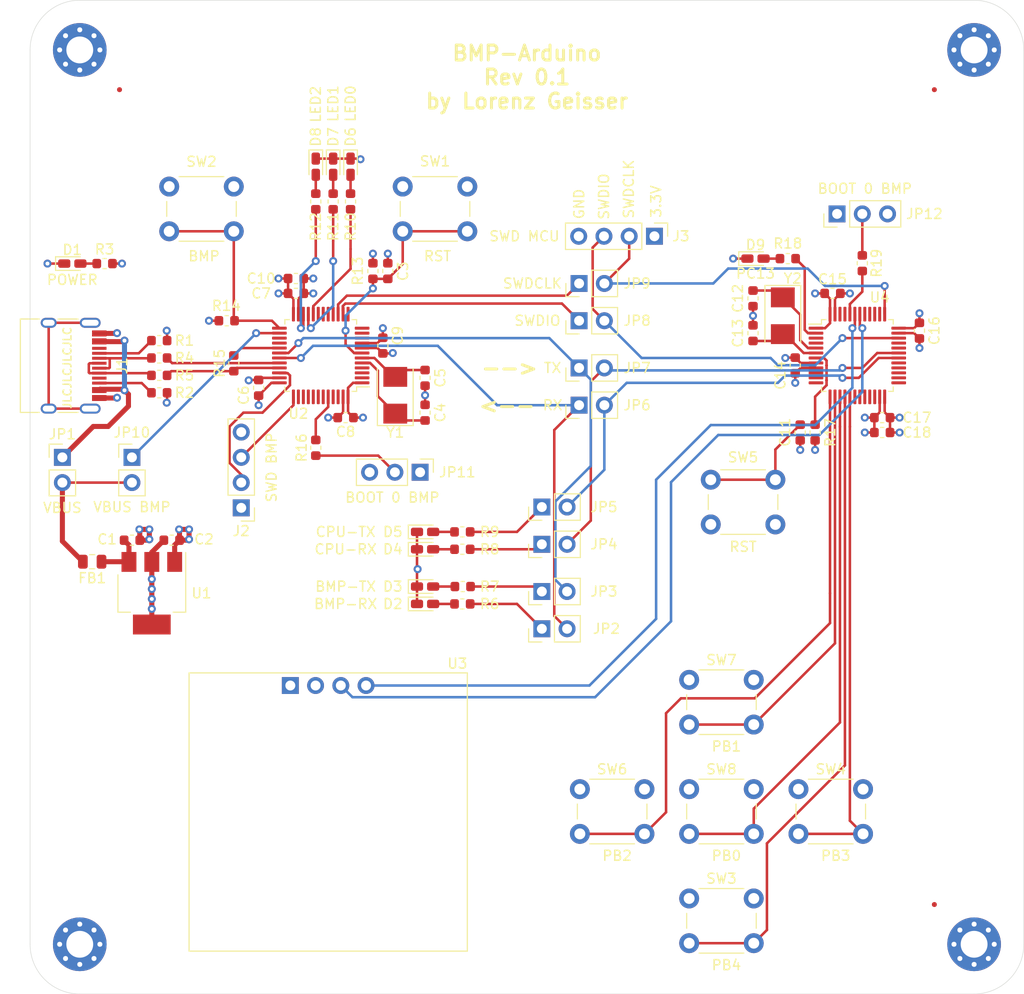
<source format=kicad_pcb>
(kicad_pcb (version 20171130) (host pcbnew "(5.1.6)-1")
  (title_block (title BMP-Arduino) (date 2020-09-28) (rev 0.1) (company "by Lorenz Geisser"))
  (layers (0 F.Cu signal) (1 In1.Cu power) (2 In2.Cu power) (31 B.Cu signal) (34 B.Paste user) (35 F.Paste user) (36 B.SilkS user) (37 F.SilkS user) (38 B.Mask user) (39 F.Mask user) (44 Edge.Cuts user))
  (net 0 "")
  (net 1 GND)
  (net 2 "Net-(J1-PadB8)")
  (net 3 "Net-(J1-PadA5)")
  (net 4 /BMP/D+)
  (net 5 /BMP/D-)
  (net 6 "Net-(J1-PadA8)")
  (net 7 "Net-(J1-PadB5)")
  (net 8 "Net-(J1-PadS1)")
  (net 9 +3V3)
  (net 10 /BMP/BOOT_0)
  (net 11 /BMP/SWDCLK)
  (net 12 /BMP/SWDIO)
  (net 13 /BMP/LED2)
  (net 14 /BMP/LED1)
  (net 15 /BMP/LED0)
  (net 16 /BMP/SWDCLK_Target)
  (net 17 /BMP/SWDIO_Target)
  (net 18 "Net-(C4-Pad1)")
  (net 19 "Net-(C3-Pad1)")
  (net 20 "Net-(U2-Pad4)")
  (net 21 VBUS)
  (net 22 "Net-(C5-Pad1)")
  (net 23 "Net-(C11-Pad1)")
  (net 24 "Net-(C12-Pad1)")
  (net 25 "Net-(C13-Pad1)")
  (net 26 "Net-(D1-Pad2)")
  (net 27 "Net-(D2-Pad2)")
  (net 28 "Net-(D3-Pad2)")
  (net 29 "Net-(D4-Pad2)")
  (net 30 "Net-(D5-Pad2)")
  (net 31 /MCU/SWDIO)
  (net 32 /MCU/SWDCLK)
  (net 33 /MCU/BOOT_0)
  (net 34 "Net-(U2-Pad46)")
  (net 35 "Net-(U2-Pad45)")
  (net 36 "Net-(U2-Pad43)")
  (net 37 "Net-(U2-Pad42)")
  (net 38 "Net-(U2-Pad41)")
  (net 39 "Net-(U2-Pad40)")
  (net 40 "Net-(U2-Pad39)")
  (net 41 "Net-(U2-Pad38)")
  (net 42 "Net-(U2-Pad28)")
  (net 43 "Net-(U2-Pad27)")
  (net 44 "Net-(U2-Pad19)")
  (net 45 "Net-(U2-Pad18)")
  (net 46 "Net-(U2-Pad17)")
  (net 47 "Net-(U2-Pad16)")
  (net 48 "Net-(U2-Pad13)")
  (net 49 "Net-(U2-Pad12)")
  (net 50 "Net-(U2-Pad11)")
  (net 51 "Net-(U2-Pad10)")
  (net 52 "Net-(U2-Pad3)")
  (net 53 "Net-(U2-Pad2)")
  (net 54 /MCU/SDA)
  (net 55 /MCU/SCK)
  (net 56 "Net-(J1-PadA4)")
  (net 57 /MCU/PB0)
  (net 58 /MCU/PB4)
  (net 59 /MCU/PB3)
  (net 60 /MCU/PB2)
  (net 61 /MCU/PB1)
  (net 62 /D-)
  (net 63 /D+)
  (net 64 "Net-(U4-Pad46)")
  (net 65 "Net-(U4-Pad45)")
  (net 66 "Net-(U4-Pad41)")
  (net 67 "Net-(U4-Pad40)")
  (net 68 "Net-(U4-Pad39)")
  (net 69 "Net-(U4-Pad38)")
  (net 70 "Net-(U4-Pad33)")
  (net 71 "Net-(U4-Pad32)")
  (net 72 "Net-(U4-Pad29)")
  (net 73 "Net-(U4-Pad28)")
  (net 74 "Net-(U4-Pad27)")
  (net 75 "Net-(U4-Pad26)")
  (net 76 "Net-(U4-Pad25)")
  (net 77 "Net-(U4-Pad22)")
  (net 78 "Net-(U4-Pad21)")
  (net 79 "Net-(U4-Pad20)")
  (net 80 "Net-(U4-Pad19)")
  (net 81 "Net-(U4-Pad18)")
  (net 82 "Net-(U4-Pad12)")
  (net 83 "Net-(U4-Pad11)")
  (net 84 "Net-(U4-Pad10)")
  (net 85 "Net-(U4-Pad4)")
  (net 86 "Net-(U4-Pad3)")
  (net 87 "Net-(C1-Pad1)")
  (net 88 "Net-(D6-Pad2)")
  (net 89 "Net-(D7-Pad2)")
  (net 90 "Net-(D8-Pad2)")
  (net 91 "Net-(D9-Pad2)")
  (net 92 /CPU-RX)
  (net 93 /CPU-TX)
  (net 94 /BMP-RX)
  (net 95 /BMP-TX)
  (net 96 "Net-(JP10-Pad1)")
  (net 97 "Net-(JP2-Pad1)")
  (net 98 "Net-(JP3-Pad1)")
  (net 99 "Net-(JP4-Pad1)")
  (net 100 "Net-(JP5-Pad1)")
  (net 101 "Net-(JP11-Pad2)")
  (net 102 "Net-(JP12-Pad2)")
  (net 103 "Net-(R14-Pad2)")
  (net 104 "Net-(R15-Pad2)")
  (net 105 "Net-(R18-Pad1)")
  (module Connector_PinHeader_2.54mm:PinHeader_1x02_P2.54mm_Vertical (layer F.Cu) (at 141.335 108.485 90)
    (fp_text reference JP2 (at 0 6.5 180) (layer F.SilkS))
    (fp_text value BMP-RX)
    (pad 2 thru_hole oval (at 0 2.54 90) (size 1.7 1.7) (drill 1) (layers *.Cu *.Mask) (net 94 /BMP-RX))
    (pad 1 thru_hole rect (at 0 0 90) (size 1.7 1.7) (drill 1) (layers *.Cu *.Mask) (net 97 "Net-(JP2-Pad1)"))
  )
  (module Connector_PinHeader_2.54mm:PinHeader_1x02_P2.54mm_Vertical (layer F.Cu) (at 141.335 96.235 90)
    (fp_text reference JP5 (at 0 6.25 180) (layer F.SilkS))
    (fp_text value CPU-TX)
    (pad 2 thru_hole oval (at 0 2.54 90) (size 1.7 1.7) (drill 1) (layers *.Cu *.Mask) (net 93 /CPU-TX))
    (pad 1 thru_hole rect (at 0 0 90) (size 1.7 1.7) (drill 1) (layers *.Cu *.Mask) (net 100 "Net-(JP5-Pad1)"))
  )
  (module Connector_PinHeader_2.54mm:PinHeader_1x02_P2.54mm_Vertical (layer F.Cu) (at 141.335 99.985 90)
    (fp_text reference JP4 (at 0 6.25 180) (layer F.SilkS))
    (fp_text value CPU-RX)
    (pad 2 thru_hole oval (at 0 2.54 90) (size 1.7 1.7) (drill 1) (layers *.Cu *.Mask) (net 92 /CPU-RX))
    (pad 1 thru_hole rect (at 0 0 90) (size 1.7 1.7) (drill 1) (layers *.Cu *.Mask) (net 99 "Net-(JP4-Pad1)"))
  )
  (module Connector_PinHeader_2.54mm:PinHeader_1x02_P2.54mm_Vertical (layer F.Cu) (at 141.335 104.735 90)
    (fp_text reference JP3 (at 0 6.25 180) (layer F.SilkS))
    (fp_text value BMP-TX)
    (pad 2 thru_hole oval (at 0 2.54 90) (size 1.7 1.7) (drill 1) (layers *.Cu *.Mask) (net 95 /BMP-TX))
    (pad 1 thru_hole rect (at 0 0 90) (size 1.7 1.7) (drill 1) (layers *.Cu *.Mask) (net 98 "Net-(JP3-Pad1)"))
  )
  (module Resistor_SMD:R_0603_1608Metric (layer F.Cu) (at 133.335 98.735)
    (fp_text reference R9 (at 2.75 0) (layer F.SilkS))
    (fp_text value 220)
    (pad 2 smd roundrect (at 0.7875 0) (size 0.875 0.95) (layers F.Cu F.Paste F.Mask) (net 100 "Net-(JP5-Pad1)"))
    (pad 1 smd roundrect (at -0.7875 0) (size 0.875 0.95) (layers F.Cu F.Paste F.Mask) (net 30 "Net-(D5-Pad2)"))
  )
  (module Resistor_SMD:R_0603_1608Metric (layer F.Cu) (at 133.335 100.485)
    (fp_text reference R8 (at 2.75 0) (layer F.SilkS))
    (fp_text value 220)
    (pad 2 smd roundrect (at 0.7875 0) (size 0.875 0.95) (layers F.Cu F.Paste F.Mask) (net 99 "Net-(JP4-Pad1)"))
    (pad 1 smd roundrect (at -0.7875 0) (size 0.875 0.95) (layers F.Cu F.Paste F.Mask) (net 29 "Net-(D4-Pad2)"))
  )
  (module Resistor_SMD:R_0603_1608Metric (layer F.Cu) (at 133.3725 104.235)
    (fp_text reference R7 (at 2.7125 0) (layer F.SilkS))
    (fp_text value 220)
    (pad 2 smd roundrect (at 0.7875 0) (size 0.875 0.95) (layers F.Cu F.Paste F.Mask) (net 98 "Net-(JP3-Pad1)"))
    (pad 1 smd roundrect (at -0.7875 0) (size 0.875 0.95) (layers F.Cu F.Paste F.Mask) (net 28 "Net-(D3-Pad2)"))
  )
  (module Resistor_SMD:R_0603_1608Metric (layer F.Cu) (at 133.335 105.985)
    (fp_text reference R6 (at 2.75 0) (layer F.SilkS))
    (fp_text value 220)
    (pad 2 smd roundrect (at 0.7875 0) (size 0.875 0.95) (layers F.Cu F.Paste F.Mask) (net 97 "Net-(JP2-Pad1)"))
    (pad 1 smd roundrect (at -0.7875 0) (size 0.875 0.95) (layers F.Cu F.Paste F.Mask) (net 27 "Net-(D2-Pad2)"))
  )
  (module LED_SMD:LED_0603_1608Metric_Castellated (layer F.Cu) (at 129.585 98.735)
    (fp_text reference D5 (at -3.25 0) (layer F.SilkS))
    (fp_text value CPU-TX (at -8 0) (layer F.SilkS))
    (pad 2 smd roundrect (at 0.8125 0) (size 1.225 0.85) (layers F.Cu F.Paste F.Mask) (net 30 "Net-(D5-Pad2)"))
    (pad 1 smd roundrect (at -0.8125 0) (size 1.225 0.85) (layers F.Cu F.Paste F.Mask) (net 1 GND))
  )
  (module LED_SMD:LED_0603_1608Metric_Castellated (layer F.Cu) (at 129.585 100.485)
    (fp_text reference D4 (at -3.25 0) (layer F.SilkS))
    (fp_text value CPU-RX (at -8 0) (layer F.SilkS))
    (pad 2 smd roundrect (at 0.8125 0) (size 1.225 0.85) (layers F.Cu F.Paste F.Mask) (net 29 "Net-(D4-Pad2)"))
    (pad 1 smd roundrect (at -0.8125 0) (size 1.225 0.85) (layers F.Cu F.Paste F.Mask) (net 1 GND))
  )
  (module LED_SMD:LED_0603_1608Metric_Castellated (layer F.Cu) (at 129.585 104.235)
    (fp_text reference D3 (at -3.25 0) (layer F.SilkS))
    (fp_text value BMP-TX (at -8 0) (layer F.SilkS))
    (pad 2 smd roundrect (at 0.8125 0) (size 1.225 0.85) (layers F.Cu F.Paste F.Mask) (net 28 "Net-(D3-Pad2)"))
    (pad 1 smd roundrect (at -0.8125 0) (size 1.225 0.85) (layers F.Cu F.Paste F.Mask) (net 1 GND))
  )
  (module LED_SMD:LED_0603_1608Metric_Castellated (layer F.Cu) (at 129.585 105.985)
    (fp_text reference D2 (at -3.25 0) (layer F.SilkS))
    (fp_text value BMP-RX (at -8 0) (layer F.SilkS))
    (pad 2 smd roundrect (at 0.8125 0) (size 1.225 0.85) (layers F.Cu F.Paste F.Mask) (net 27 "Net-(D2-Pad2)"))
    (pad 1 smd roundrect (at -0.8125 0) (size 1.225 0.85) (layers F.Cu F.Paste F.Mask) (net 1 GND))
  )
  (module Package_QFP:LQFP-48_7x7mm_P0.5mm (layer F.Cu) (at 119.085 80.985 180)
    (fp_text reference U2 (at 2.25 -5.85) (layer F.SilkS))
    (fp_text value STM32F103C8T6)
    (pad 48 smd roundrect (at -2.75 -4.1625 180) (size 0.3 1.475) (layers F.Cu F.Paste F.Mask) (net 9 +3V3))
    (pad 47 smd roundrect (at -2.25 -4.1625 180) (size 0.3 1.475) (layers F.Cu F.Paste F.Mask) (net 1 GND))
    (pad 46 smd roundrect (at -1.75 -4.1625 180) (size 0.3 1.475) (layers F.Cu F.Paste F.Mask) (net 34 "Net-(U2-Pad46)"))
    (pad 45 smd roundrect (at -1.25 -4.1625 180) (size 0.3 1.475) (layers F.Cu F.Paste F.Mask) (net 35 "Net-(U2-Pad45)"))
    (pad 44 smd roundrect (at -0.75 -4.1625 180) (size 0.3 1.475) (layers F.Cu F.Paste F.Mask) (net 10 /BMP/BOOT_0))
    (pad 43 smd roundrect (at -0.25 -4.1625 180) (size 0.3 1.475) (layers F.Cu F.Paste F.Mask) (net 36 "Net-(U2-Pad43)"))
    (pad 42 smd roundrect (at 0.25 -4.1625 180) (size 0.3 1.475) (layers F.Cu F.Paste F.Mask) (net 37 "Net-(U2-Pad42)"))
    (pad 41 smd roundrect (at 0.75 -4.1625 180) (size 0.3 1.475) (layers F.Cu F.Paste F.Mask) (net 38 "Net-(U2-Pad41)"))
    (pad 40 smd roundrect (at 1.25 -4.1625 180) (size 0.3 1.475) (layers F.Cu F.Paste F.Mask) (net 39 "Net-(U2-Pad40)"))
    (pad 39 smd roundrect (at 1.75 -4.1625 180) (size 0.3 1.475) (layers F.Cu F.Paste F.Mask) (net 40 "Net-(U2-Pad39)"))
    (pad 38 smd roundrect (at 2.25 -4.1625 180) (size 0.3 1.475) (layers F.Cu F.Paste F.Mask) (net 41 "Net-(U2-Pad38)"))
    (pad 37 smd roundrect (at 2.75 -4.1625 180) (size 0.3 1.475) (layers F.Cu F.Paste F.Mask) (net 11 /BMP/SWDCLK))
    (pad 36 smd roundrect (at 4.1625 -2.75 180) (size 1.475 0.3) (layers F.Cu F.Paste F.Mask) (net 9 +3V3))
    (pad 35 smd roundrect (at 4.1625 -2.25 180) (size 1.475 0.3) (layers F.Cu F.Paste F.Mask) (net 1 GND))
    (pad 34 smd roundrect (at 4.1625 -1.75 180) (size 1.475 0.3) (layers F.Cu F.Paste F.Mask) (net 12 /BMP/SWDIO))
    (pad 33 smd roundrect (at 4.1625 -1.25 180) (size 1.475 0.3) (layers F.Cu F.Paste F.Mask) (net 4 /BMP/D+))
    (pad 32 smd roundrect (at 4.1625 -0.75 180) (size 1.475 0.3) (layers F.Cu F.Paste F.Mask) (net 5 /BMP/D-))
    (pad 31 smd roundrect (at 4.1625 -0.25 180) (size 1.475 0.3) (layers F.Cu F.Paste F.Mask) (net 94 /BMP-RX))
    (pad 30 smd roundrect (at 4.1625 0.25 180) (size 1.475 0.3) (layers F.Cu F.Paste F.Mask) (net 95 /BMP-TX))
    (pad 29 smd roundrect (at 4.1625 0.75 180) (size 1.475 0.3) (layers F.Cu F.Paste F.Mask) (net 104 "Net-(R15-Pad2)"))
    (pad 28 smd roundrect (at 4.1625 1.25 180) (size 1.475 0.3) (layers F.Cu F.Paste F.Mask) (net 42 "Net-(U2-Pad28)"))
    (pad 27 smd roundrect (at 4.1625 1.75 180) (size 1.475 0.3) (layers F.Cu F.Paste F.Mask) (net 43 "Net-(U2-Pad27)"))
    (pad 26 smd roundrect (at 4.1625 2.25 180) (size 1.475 0.3) (layers F.Cu F.Paste F.Mask) (net 96 "Net-(JP10-Pad1)"))
    (pad 25 smd roundrect (at 4.1625 2.75 180) (size 1.475 0.3) (layers F.Cu F.Paste F.Mask) (net 103 "Net-(R14-Pad2)"))
    (pad 24 smd roundrect (at 2.75 4.1625 180) (size 0.3 1.475) (layers F.Cu F.Paste F.Mask) (net 9 +3V3))
    (pad 23 smd roundrect (at 2.25 4.1625 180) (size 0.3 1.475) (layers F.Cu F.Paste F.Mask) (net 1 GND))
    (pad 22 smd roundrect (at 1.75 4.1625 180) (size 0.3 1.475) (layers F.Cu F.Paste F.Mask) (net 13 /BMP/LED2))
    (pad 21 smd roundrect (at 1.25 4.1625 180) (size 0.3 1.475) (layers F.Cu F.Paste F.Mask) (net 14 /BMP/LED1))
    (pad 20 smd roundrect (at 0.75 4.1625 180) (size 0.3 1.475) (layers F.Cu F.Paste F.Mask) (net 15 /BMP/LED0))
    (pad 19 smd roundrect (at 0.25 4.1625 180) (size 0.3 1.475) (layers F.Cu F.Paste F.Mask) (net 44 "Net-(U2-Pad19)"))
    (pad 18 smd roundrect (at -0.25 4.1625 180) (size 0.3 1.475) (layers F.Cu F.Paste F.Mask) (net 45 "Net-(U2-Pad18)"))
    (pad 17 smd roundrect (at -0.75 4.1625 180) (size 0.3 1.475) (layers F.Cu F.Paste F.Mask) (net 46 "Net-(U2-Pad17)"))
    (pad 16 smd roundrect (at -1.25 4.1625 180) (size 0.3 1.475) (layers F.Cu F.Paste F.Mask) (net 47 "Net-(U2-Pad16)"))
    (pad 15 smd roundrect (at -1.75 4.1625 180) (size 0.3 1.475) (layers F.Cu F.Paste F.Mask) (net 16 /BMP/SWDCLK_Target))
    (pad 14 smd roundrect (at -2.25 4.1625 180) (size 0.3 1.475) (layers F.Cu F.Paste F.Mask) (net 17 /BMP/SWDIO_Target))
    (pad 13 smd roundrect (at -2.75 4.1625 180) (size 0.3 1.475) (layers F.Cu F.Paste F.Mask) (net 48 "Net-(U2-Pad13)"))
    (pad 12 smd roundrect (at -4.1625 2.75 180) (size 1.475 0.3) (layers F.Cu F.Paste F.Mask) (net 49 "Net-(U2-Pad12)"))
    (pad 11 smd roundrect (at -4.1625 2.25 180) (size 1.475 0.3) (layers F.Cu F.Paste F.Mask) (net 50 "Net-(U2-Pad11)"))
    (pad 10 smd roundrect (at -4.1625 1.75 180) (size 1.475 0.3) (layers F.Cu F.Paste F.Mask) (net 51 "Net-(U2-Pad10)"))
    (pad 9 smd roundrect (at -4.1625 1.25 180) (size 1.475 0.3) (layers F.Cu F.Paste F.Mask) (net 9 +3V3))
    (pad 8 smd roundrect (at -4.1625 0.75 180) (size 1.475 0.3) (layers F.Cu F.Paste F.Mask) (net 1 GND))
    (pad 7 smd roundrect (at -4.1625 0.25 180) (size 1.475 0.3) (layers F.Cu F.Paste F.Mask) (net 19 "Net-(C3-Pad1)"))
    (pad 6 smd roundrect (at -4.1625 -0.25 180) (size 1.475 0.3) (layers F.Cu F.Paste F.Mask) (net 22 "Net-(C5-Pad1)"))
    (pad 5 smd roundrect (at -4.1625 -0.75 180) (size 1.475 0.3) (layers F.Cu F.Paste F.Mask) (net 18 "Net-(C4-Pad1)"))
    (pad 4 smd roundrect (at -4.1625 -1.25 180) (size 1.475 0.3) (layers F.Cu F.Paste F.Mask) (net 20 "Net-(U2-Pad4)"))
    (pad 3 smd roundrect (at -4.1625 -1.75 180) (size 1.475 0.3) (layers F.Cu F.Paste F.Mask) (net 52 "Net-(U2-Pad3)"))
    (pad 2 smd roundrect (at -4.1625 -2.25 180) (size 1.475 0.3) (layers F.Cu F.Paste F.Mask) (net 53 "Net-(U2-Pad2)"))
    (pad 1 smd roundrect (at -4.1625 -2.75 180) (size 1.475 0.3) (layers F.Cu F.Paste F.Mask) (net 9 +3V3))
  )
  (module Resistor_SMD:R_0603_1608Metric (layer F.Cu) (at 124.335 72.485 270)
    (fp_text reference R13 (at 0 1.524 90) (layer F.SilkS))
    (fp_text value 10k)
    (pad 2 smd roundrect (at 0.7875 0 270) (size 0.875 0.95) (layers F.Cu F.Paste F.Mask) (net 19 "Net-(C3-Pad1)"))
    (pad 1 smd roundrect (at -0.7875 0 270) (size 0.875 0.95) (layers F.Cu F.Paste F.Mask) (net 9 +3V3))
  )
  (module Connector_PinHeader_2.54mm:PinHeader_1x03_P2.54mm_Vertical (layer F.Cu) (at 129.085 92.735 270)
    (fp_text reference JP11 (at 0 -3.75 180) (layer F.SilkS))
    (fp_text value "BOOT 0 BMP" (at 2.54 2.794 180) (layer F.SilkS))
    (pad 1 thru_hole rect (at 0 0 270) (size 1.7 1.7) (drill 1) (layers *.Cu *.Mask) (net 9 +3V3))
    (pad 2 thru_hole oval (at 0 2.54 270) (size 1.7 1.7) (drill 1) (layers *.Cu *.Mask) (net 101 "Net-(JP11-Pad2)"))
    (pad 3 thru_hole oval (at 0 5.08 270) (size 1.7 1.7) (drill 1) (layers *.Cu *.Mask) (net 1 GND))
  )
  (module Capacitor_SMD:C_0603_1608Metric (layer F.Cu) (at 116.585 73.235)
    (fp_text reference C10 (at -3.5 0) (layer F.SilkS))
    (fp_text value 1uF)
    (pad 1 smd roundrect (at -0.7875 0) (size 0.875 0.95) (layers F.Cu F.Paste F.Mask) (net 9 +3V3))
    (pad 2 smd roundrect (at 0.7875 0) (size 0.875 0.95) (layers F.Cu F.Paste F.Mask) (net 1 GND))
  )
  (module Capacitor_SMD:C_0603_1608Metric (layer F.Cu) (at 121.585 87.235 180)
    (fp_text reference C8 (at 0 -1.43) (layer F.SilkS))
    (fp_text value 100n)
    (pad 1 smd roundrect (at -0.7875 0 180) (size 0.875 0.95) (layers F.Cu F.Paste F.Mask) (net 9 +3V3))
    (pad 2 smd roundrect (at 0.7875 0 180) (size 0.875 0.95) (layers F.Cu F.Paste F.Mask) (net 1 GND))
  )
  (module Capacitor_SMD:C_0603_1608Metric (layer F.Cu) (at 125.335 79.985 270)
    (fp_text reference C9 (at -1 -1.5 90) (layer F.SilkS))
    (fp_text value 100n)
    (pad 1 smd roundrect (at -0.7875 0 270) (size 0.875 0.95) (layers F.Cu F.Paste F.Mask) (net 9 +3V3))
    (pad 2 smd roundrect (at 0.7875 0 270) (size 0.875 0.95) (layers F.Cu F.Paste F.Mask) (net 1 GND))
  )
  (module Capacitor_SMD:C_0603_1608Metric (layer F.Cu) (at 129.585 86.735 90)
    (fp_text reference C4 (at 0 1.524 90) (layer F.SilkS))
    (fp_text value 20pF)
    (pad 1 smd roundrect (at -0.7875 0 90) (size 0.875 0.95) (layers F.Cu F.Paste F.Mask) (net 18 "Net-(C4-Pad1)"))
    (pad 2 smd roundrect (at 0.7875 0 90) (size 0.875 0.95) (layers F.Cu F.Paste F.Mask) (net 1 GND))
  )
  (module Capacitor_SMD:C_0603_1608Metric (layer F.Cu) (at 116.585 74.735)
    (fp_text reference C7 (at -3.5 0) (layer F.SilkS))
    (fp_text value 100n)
    (pad 1 smd roundrect (at -0.7875 0) (size 0.875 0.95) (layers F.Cu F.Paste F.Mask) (net 9 +3V3))
    (pad 2 smd roundrect (at 0.7875 0) (size 0.875 0.95) (layers F.Cu F.Paste F.Mask) (net 1 GND))
  )
  (module Capacitor_SMD:C_0603_1608Metric (layer F.Cu) (at 129.585 83.235 270)
    (fp_text reference C5 (at 0 -1.524 90) (layer F.SilkS))
    (fp_text value 20pF)
    (pad 1 smd roundrect (at -0.7875 0 270) (size 0.875 0.95) (layers F.Cu F.Paste F.Mask) (net 22 "Net-(C5-Pad1)"))
    (pad 2 smd roundrect (at 0.7875 0 270) (size 0.875 0.95) (layers F.Cu F.Paste F.Mask) (net 1 GND))
  )
  (module Capacitor_SMD:C_0603_1608Metric (layer F.Cu) (at 125.835 72.485 90)
    (fp_text reference C3 (at -0.0255 1.524 90) (layer F.SilkS))
    (fp_text value 1uF)
    (pad 2 smd roundrect (at 0.7875 0 90) (size 0.875 0.95) (layers F.Cu F.Paste F.Mask) (net 1 GND))
    (pad 1 smd roundrect (at -0.7875 0 90) (size 0.875 0.95) (layers F.Cu F.Paste F.Mask) (net 19 "Net-(C3-Pad1)"))
  )
  (module Resistor_SMD:R_0603_1608Metric (layer F.Cu) (at 118.585 90.2725 90)
    (fp_text reference R16 (at 0 -1.43 90) (layer F.SilkS))
    (fp_text value 10k)
    (pad 1 smd roundrect (at -0.7875 0 90) (size 0.875 0.95) (layers F.Cu F.Paste F.Mask) (net 101 "Net-(JP11-Pad2)"))
    (pad 2 smd roundrect (at 0.7875 0 90) (size 0.875 0.95) (layers F.Cu F.Paste F.Mask) (net 10 /BMP/BOOT_0))
  )
  (module Button_Switch_THT:SW_PUSH_6mm_H5mm (layer F.Cu) (at 127.335 63.985)
    (fp_text reference SW1 (at 3.25 -2.54) (layer F.SilkS))
    (fp_text value RST (at 3.5 7) (layer F.SilkS))
    (pad 2 thru_hole circle (at 0 4.5 90) (size 2 2) (drill 1.1) (layers *.Cu *.Mask) (net 19 "Net-(C3-Pad1)"))
    (pad 1 thru_hole circle (at 0 0 90) (size 2 2) (drill 1.1) (layers *.Cu *.Mask) (net 1 GND))
    (pad 2 thru_hole circle (at 6.5 4.5 90) (size 2 2) (drill 1.1) (layers *.Cu *.Mask) (net 19 "Net-(C3-Pad1)"))
    (pad 1 thru_hole circle (at 6.5 0 90) (size 2 2) (drill 1.1) (layers *.Cu *.Mask) (net 1 GND))
  )
  (module Crystal:Crystal_SMD_5032-2Pin_5.0x3.2mm (layer F.Cu) (at 126.585 84.985 90)
    (fp_text reference Y1 (at -3.75 0 180) (layer F.SilkS))
    (fp_text value 8Mhz)
    (pad 1 smd rect (at -1.85 0 90) (size 2 2.4) (layers F.Cu F.Paste F.Mask) (net 18 "Net-(C4-Pad1)"))
    (pad 2 smd rect (at 1.85 0 90) (size 2 2.4) (layers F.Cu F.Paste F.Mask) (net 22 "Net-(C5-Pad1)"))
  )
  (module Capacitor_SMD:C_0603_1608Metric (layer F.Cu) (at 112.835 84.235 90)
    (fp_text reference C6 (at -0.75 -1.5 90) (layer F.SilkS))
    (fp_text value 100n)
    (pad 1 smd roundrect (at -0.7875 0 90) (size 0.875 0.95) (layers F.Cu F.Paste F.Mask) (net 9 +3V3))
    (pad 2 smd roundrect (at 0.7875 0 90) (size 0.875 0.95) (layers F.Cu F.Paste F.Mask) (net 1 GND))
  )
  (module Inductor_SMD:L_0805_2012Metric (layer F.Cu) (at 96.085 101.735 180)
    (fp_text reference FB1 (at 0 -1.65) (layer F.SilkS))
    (fp_text value Ferrite_Bead_Small)
    (pad 2 smd roundrect (at 0.9375 0 180) (size 0.975 1.4) (layers F.Cu F.Paste F.Mask) (net 21 VBUS))
    (pad 1 smd roundrect (at -0.9375 0 180) (size 0.975 1.4) (layers F.Cu F.Paste F.Mask) (net 87 "Net-(C1-Pad1)"))
  )
  (module Package_QFP:LQFP-48_7x7mm_P0.5mm (layer F.Cu) (at 173.085 80.985)
    (fp_text reference U4 (at 2.25 -5.85) (layer F.SilkS))
    (fp_text value STM32F103C8T6)
    (pad 1 smd roundrect (at -4.1625 -2.75) (size 1.475 0.3) (layers F.Cu F.Paste F.Mask) (net 9 +3V3))
    (pad 2 smd roundrect (at -4.1625 -2.25) (size 1.475 0.3) (layers F.Cu F.Paste F.Mask) (net 105 "Net-(R18-Pad1)"))
    (pad 3 smd roundrect (at -4.1625 -1.75) (size 1.475 0.3) (layers F.Cu F.Paste F.Mask) (net 86 "Net-(U4-Pad3)"))
    (pad 4 smd roundrect (at -4.1625 -1.25) (size 1.475 0.3) (layers F.Cu F.Paste F.Mask) (net 85 "Net-(U4-Pad4)"))
    (pad 5 smd roundrect (at -4.1625 -0.75) (size 1.475 0.3) (layers F.Cu F.Paste F.Mask) (net 24 "Net-(C12-Pad1)"))
    (pad 6 smd roundrect (at -4.1625 -0.25) (size 1.475 0.3) (layers F.Cu F.Paste F.Mask) (net 25 "Net-(C13-Pad1)"))
    (pad 7 smd roundrect (at -4.1625 0.25) (size 1.475 0.3) (layers F.Cu F.Paste F.Mask) (net 23 "Net-(C11-Pad1)"))
    (pad 8 smd roundrect (at -4.1625 0.75) (size 1.475 0.3) (layers F.Cu F.Paste F.Mask) (net 1 GND))
    (pad 9 smd roundrect (at -4.1625 1.25) (size 1.475 0.3) (layers F.Cu F.Paste F.Mask) (net 9 +3V3))
    (pad 10 smd roundrect (at -4.1625 1.75) (size 1.475 0.3) (layers F.Cu F.Paste F.Mask) (net 84 "Net-(U4-Pad10)"))
    (pad 11 smd roundrect (at -4.1625 2.25) (size 1.475 0.3) (layers F.Cu F.Paste F.Mask) (net 83 "Net-(U4-Pad11)"))
    (pad 12 smd roundrect (at -4.1625 2.75) (size 1.475 0.3) (layers F.Cu F.Paste F.Mask) (net 82 "Net-(U4-Pad12)"))
    (pad 13 smd roundrect (at -2.75 4.1625) (size 0.3 1.475) (layers F.Cu F.Paste F.Mask) (net 60 /MCU/PB2))
    (pad 14 smd roundrect (at -2.25 4.1625) (size 0.3 1.475) (layers F.Cu F.Paste F.Mask) (net 61 /MCU/PB1))
    (pad 15 smd roundrect (at -1.75 4.1625) (size 0.3 1.475) (layers F.Cu F.Paste F.Mask) (net 57 /MCU/PB0))
    (pad 16 smd roundrect (at -1.25 4.1625) (size 0.3 1.475) (layers F.Cu F.Paste F.Mask) (net 58 /MCU/PB4))
    (pad 17 smd roundrect (at -0.75 4.1625) (size 0.3 1.475) (layers F.Cu F.Paste F.Mask) (net 59 /MCU/PB3))
    (pad 18 smd roundrect (at -0.25 4.1625) (size 0.3 1.475) (layers F.Cu F.Paste F.Mask) (net 81 "Net-(U4-Pad18)"))
    (pad 19 smd roundrect (at 0.25 4.1625) (size 0.3 1.475) (layers F.Cu F.Paste F.Mask) (net 80 "Net-(U4-Pad19)"))
    (pad 20 smd roundrect (at 0.75 4.1625) (size 0.3 1.475) (layers F.Cu F.Paste F.Mask) (net 79 "Net-(U4-Pad20)"))
    (pad 21 smd roundrect (at 1.25 4.1625) (size 0.3 1.475) (layers F.Cu F.Paste F.Mask) (net 78 "Net-(U4-Pad21)"))
    (pad 22 smd roundrect (at 1.75 4.1625) (size 0.3 1.475) (layers F.Cu F.Paste F.Mask) (net 77 "Net-(U4-Pad22)"))
    (pad 23 smd roundrect (at 2.25 4.1625) (size 0.3 1.475) (layers F.Cu F.Paste F.Mask) (net 1 GND))
    (pad 24 smd roundrect (at 2.75 4.1625) (size 0.3 1.475) (layers F.Cu F.Paste F.Mask) (net 9 +3V3))
    (pad 25 smd roundrect (at 4.1625 2.75) (size 1.475 0.3) (layers F.Cu F.Paste F.Mask) (net 76 "Net-(U4-Pad25)"))
    (pad 26 smd roundrect (at 4.1625 2.25) (size 1.475 0.3) (layers F.Cu F.Paste F.Mask) (net 75 "Net-(U4-Pad26)"))
    (pad 27 smd roundrect (at 4.1625 1.75) (size 1.475 0.3) (layers F.Cu F.Paste F.Mask) (net 74 "Net-(U4-Pad27)"))
    (pad 28 smd roundrect (at 4.1625 1.25) (size 1.475 0.3) (layers F.Cu F.Paste F.Mask) (net 73 "Net-(U4-Pad28)"))
    (pad 29 smd roundrect (at 4.1625 0.75) (size 1.475 0.3) (layers F.Cu F.Paste F.Mask) (net 72 "Net-(U4-Pad29)"))
    (pad 30 smd roundrect (at 4.1625 0.25) (size 1.475 0.3) (layers F.Cu F.Paste F.Mask) (net 93 /CPU-TX))
    (pad 31 smd roundrect (at 4.1625 -0.25) (size 1.475 0.3) (layers F.Cu F.Paste F.Mask) (net 92 /CPU-RX))
    (pad 32 smd roundrect (at 4.1625 -0.75) (size 1.475 0.3) (layers F.Cu F.Paste F.Mask) (net 71 "Net-(U4-Pad32)"))
    (pad 33 smd roundrect (at 4.1625 -1.25) (size 1.475 0.3) (layers F.Cu F.Paste F.Mask) (net 70 "Net-(U4-Pad33)"))
    (pad 34 smd roundrect (at 4.1625 -1.75) (size 1.475 0.3) (layers F.Cu F.Paste F.Mask) (net 31 /MCU/SWDIO))
    (pad 35 smd roundrect (at 4.1625 -2.25) (size 1.475 0.3) (layers F.Cu F.Paste F.Mask) (net 1 GND))
    (pad 36 smd roundrect (at 4.1625 -2.75) (size 1.475 0.3) (layers F.Cu F.Paste F.Mask) (net 9 +3V3))
    (pad 37 smd roundrect (at 2.75 -4.1625) (size 0.3 1.475) (layers F.Cu F.Paste F.Mask) (net 32 /MCU/SWDCLK))
    (pad 38 smd roundrect (at 2.25 -4.1625) (size 0.3 1.475) (layers F.Cu F.Paste F.Mask) (net 69 "Net-(U4-Pad38)"))
    (pad 39 smd roundrect (at 1.75 -4.1625) (size 0.3 1.475) (layers F.Cu F.Paste F.Mask) (net 68 "Net-(U4-Pad39)"))
    (pad 40 smd roundrect (at 1.25 -4.1625) (size 0.3 1.475) (layers F.Cu F.Paste F.Mask) (net 67 "Net-(U4-Pad40)"))
    (pad 41 smd roundrect (at 0.75 -4.1625) (size 0.3 1.475) (layers F.Cu F.Paste F.Mask) (net 66 "Net-(U4-Pad41)"))
    (pad 42 smd roundrect (at 0.25 -4.1625) (size 0.3 1.475) (layers F.Cu F.Paste F.Mask) (net 55 /MCU/SCK))
    (pad 43 smd roundrect (at -0.25 -4.1625) (size 0.3 1.475) (layers F.Cu F.Paste F.Mask) (net 54 /MCU/SDA))
    (pad 44 smd roundrect (at -0.75 -4.1625) (size 0.3 1.475) (layers F.Cu F.Paste F.Mask) (net 33 /MCU/BOOT_0))
    (pad 45 smd roundrect (at -1.25 -4.1625) (size 0.3 1.475) (layers F.Cu F.Paste F.Mask) (net 65 "Net-(U4-Pad45)"))
    (pad 46 smd roundrect (at -1.75 -4.1625) (size 0.3 1.475) (layers F.Cu F.Paste F.Mask) (net 64 "Net-(U4-Pad46)"))
    (pad 47 smd roundrect (at -2.25 -4.1625) (size 0.3 1.475) (layers F.Cu F.Paste F.Mask) (net 1 GND))
    (pad 48 smd roundrect (at -2.75 -4.1625) (size 0.3 1.475) (layers F.Cu F.Paste F.Mask) (net 9 +3V3))
  )
  (module Connector_USB:USB_C_Receptacle_HRO_TYPE-C-31-M-12 (layer F.Cu) (at 92.756 82.013 270)
    (fp_text reference J1 (at 0 -6.35 90) (layer F.SilkS))
    (fp_text value USB_C_Receptacle_USB2.0)
    (pad B1 smd rect (at 3.25 -4.045 270) (size 0.6 1.45) (layers F.Cu F.Paste F.Mask) (net 1 GND))
    (pad A9 smd rect (at 2.45 -4.045 270) (size 0.6 1.45) (layers F.Cu F.Paste F.Mask) (net 56 "Net-(J1-PadA4)"))
    (pad B9 smd rect (at -2.45 -4.045 270) (size 0.6 1.45) (layers F.Cu F.Paste F.Mask) (net 56 "Net-(J1-PadA4)"))
    (pad B12 smd rect (at -3.25 -4.045 270) (size 0.6 1.45) (layers F.Cu F.Paste F.Mask) (net 1 GND))
    (pad A1 smd rect (at -3.25 -4.045 270) (size 0.6 1.45) (layers F.Cu F.Paste F.Mask) (net 1 GND))
    (pad A4 smd rect (at -2.45 -4.045 270) (size 0.6 1.45) (layers F.Cu F.Paste F.Mask) (net 56 "Net-(J1-PadA4)"))
    (pad B4 smd rect (at 2.45 -4.045 270) (size 0.6 1.45) (layers F.Cu F.Paste F.Mask) (net 56 "Net-(J1-PadA4)"))
    (pad A12 smd rect (at 3.25 -4.045 270) (size 0.6 1.45) (layers F.Cu F.Paste F.Mask) (net 1 GND))
    (pad B8 smd rect (at -1.75 -4.045 270) (size 0.3 1.45) (layers F.Cu F.Paste F.Mask) (net 2 "Net-(J1-PadB8)"))
    (pad A5 smd rect (at -1.25 -4.045 270) (size 0.3 1.45) (layers F.Cu F.Paste F.Mask) (net 3 "Net-(J1-PadA5)"))
    (pad B7 smd rect (at -0.75 -4.045 270) (size 0.3 1.45) (layers F.Cu F.Paste F.Mask) (net 62 /D-))
    (pad A7 smd rect (at 0.25 -4.045 270) (size 0.3 1.45) (layers F.Cu F.Paste F.Mask) (net 62 /D-))
    (pad B6 smd rect (at 0.75 -4.045 270) (size 0.3 1.45) (layers F.Cu F.Paste F.Mask) (net 63 /D+))
    (pad A8 smd rect (at 1.25 -4.045 270) (size 0.3 1.45) (layers F.Cu F.Paste F.Mask) (net 6 "Net-(J1-PadA8)"))
    (pad B5 smd rect (at 1.75 -4.045 270) (size 0.3 1.45) (layers F.Cu F.Paste F.Mask) (net 7 "Net-(J1-PadB5)"))
    (pad A6 smd rect (at -0.25 -4.045 270) (size 0.3 1.45) (layers F.Cu F.Paste F.Mask) (net 63 /D+))
    (pad S1 thru_hole oval (at 4.32 -3.13 270) (size 1 2.1) (drill oval 0.6 1.7) (layers *.Cu *.Mask) (net 8 "Net-(J1-PadS1)"))
    (pad S1 thru_hole oval (at -4.32 -3.13 270) (size 1 2.1) (drill oval 0.6 1.7) (layers *.Cu *.Mask) (net 8 "Net-(J1-PadS1)"))
    (pad "" np_thru_hole circle (at -2.89 -2.6 270) (size 0.65 0.65) (drill 0.65) (layers *.Cu *.Mask))
    (pad S1 thru_hole oval (at -4.32 1.05 270) (size 1 1.6) (drill oval 0.6 1.2) (layers *.Cu *.Mask) (net 8 "Net-(J1-PadS1)"))
    (pad "" np_thru_hole circle (at 2.89 -2.6 270) (size 0.65 0.65) (drill 0.65) (layers *.Cu *.Mask))
    (pad S1 thru_hole oval (at 4.32 1.05 270) (size 1 1.6) (drill oval 0.6 1.2) (layers *.Cu *.Mask) (net 8 "Net-(J1-PadS1)"))
  )
  (module Resistor_SMD:R_0603_1608Metric (layer F.Cu) (at 110.335 81.7725 90)
    (fp_text reference R15 (at 0 -1.43 90) (layer F.SilkS))
    (fp_text value 1.5k)
    (pad 2 smd roundrect (at 0.7875 0 90) (size 0.875 0.95) (layers F.Cu F.Paste F.Mask) (net 104 "Net-(R15-Pad2)"))
    (pad 1 smd roundrect (at -0.7875 0 90) (size 0.875 0.95) (layers F.Cu F.Paste F.Mask) (net 4 /BMP/D+))
  )
  (module Capacitor_SMD:C_0603_1608Metric (layer F.Cu) (at 179.335 78.485 270)
    (fp_text reference C16 (at 0 -1.5 90) (layer F.SilkS))
    (fp_text value 100n)
    (pad 2 smd roundrect (at 0.7875 0 270) (size 0.875 0.95) (layers F.Cu F.Paste F.Mask) (net 1 GND))
    (pad 1 smd roundrect (at -0.7875 0 270) (size 0.875 0.95) (layers F.Cu F.Paste F.Mask) (net 9 +3V3))
  )
  (module Button_Switch_THT:SW_PUSH_6mm_H5mm (layer F.Cu) (at 156.16 113.625)
    (fp_text reference SW7 (at 3.25 -2) (layer F.SilkS))
    (fp_text value PB1 (at 3.75 6.7) (layer F.SilkS))
    (pad 1 thru_hole circle (at 6.5 0 90) (size 2 2) (drill 1.1) (layers *.Cu *.Mask) (net 1 GND))
    (pad 2 thru_hole circle (at 6.5 4.5 90) (size 2 2) (drill 1.1) (layers *.Cu *.Mask) (net 61 /MCU/PB1))
    (pad 1 thru_hole circle (at 0 0 90) (size 2 2) (drill 1.1) (layers *.Cu *.Mask) (net 1 GND))
    (pad 2 thru_hole circle (at 0 4.5 90) (size 2 2) (drill 1.1) (layers *.Cu *.Mask) (net 61 /MCU/PB1))
  )
  (module Button_Switch_THT:SW_PUSH_6mm_H5mm (layer F.Cu) (at 145.16 124.625)
    (fp_text reference SW6 (at 3.25 -2) (layer F.SilkS))
    (fp_text value PB2 (at 3.75 6.7) (layer F.SilkS))
    (pad 1 thru_hole circle (at 6.5 0 90) (size 2 2) (drill 1.1) (layers *.Cu *.Mask) (net 1 GND))
    (pad 2 thru_hole circle (at 6.5 4.5 90) (size 2 2) (drill 1.1) (layers *.Cu *.Mask) (net 60 /MCU/PB2))
    (pad 1 thru_hole circle (at 0 0 90) (size 2 2) (drill 1.1) (layers *.Cu *.Mask) (net 1 GND))
    (pad 2 thru_hole circle (at 0 4.5 90) (size 2 2) (drill 1.1) (layers *.Cu *.Mask) (net 60 /MCU/PB2))
  )
  (module Button_Switch_THT:SW_PUSH_6mm_H5mm (layer F.Cu) (at 167.16 124.625)
    (fp_text reference SW4 (at 3.25 -2) (layer F.SilkS))
    (fp_text value PB3 (at 3.75 6.7) (layer F.SilkS))
    (pad 1 thru_hole circle (at 6.5 0 90) (size 2 2) (drill 1.1) (layers *.Cu *.Mask) (net 1 GND))
    (pad 2 thru_hole circle (at 6.5 4.5 90) (size 2 2) (drill 1.1) (layers *.Cu *.Mask) (net 59 /MCU/PB3))
    (pad 1 thru_hole circle (at 0 0 90) (size 2 2) (drill 1.1) (layers *.Cu *.Mask) (net 1 GND))
    (pad 2 thru_hole circle (at 0 4.5 90) (size 2 2) (drill 1.1) (layers *.Cu *.Mask) (net 59 /MCU/PB3))
  )
  (module Button_Switch_THT:SW_PUSH_6mm_H5mm (layer F.Cu) (at 156.16 135.625)
    (fp_text reference SW3 (at 3.25 -2) (layer F.SilkS))
    (fp_text value PB4 (at 3.75 6.7) (layer F.SilkS))
    (pad 1 thru_hole circle (at 6.5 0 90) (size 2 2) (drill 1.1) (layers *.Cu *.Mask) (net 1 GND))
    (pad 2 thru_hole circle (at 6.5 4.5 90) (size 2 2) (drill 1.1) (layers *.Cu *.Mask) (net 58 /MCU/PB4))
    (pad 1 thru_hole circle (at 0 0 90) (size 2 2) (drill 1.1) (layers *.Cu *.Mask) (net 1 GND))
    (pad 2 thru_hole circle (at 0 4.5 90) (size 2 2) (drill 1.1) (layers *.Cu *.Mask) (net 58 /MCU/PB4))
  )
  (module Fiducial:Fiducial_0.5mm_Mask1.5mm (layer F.Cu) (at 180.835 136.235)
    (fp_text reference FID3 hide)
    (fp_text value Fiducial)
    (pad "" smd circle (at 0 0) (size 0.5 0.5) (layers F.Cu F.Mask) (clearance 0.5))
  )
  (module Fiducial:Fiducial_0.5mm_Mask1.5mm (layer F.Cu) (at 180.835 54.235)
    (fp_text reference FID2 hide)
    (fp_text value Fiducial)
    (pad "" smd circle (at 0 0) (size 0.5 0.5) (layers F.Cu F.Mask) (clearance 0.5))
  )
  (module Fiducial:Fiducial_0.5mm_Mask1.5mm (layer F.Cu) (at 98.835 54.235)
    (fp_text reference FID1 hide)
    (fp_text value Fiducial)
    (pad "" smd circle (at 0 0) (size 0.5 0.5) (layers F.Cu F.Mask) (clearance 0.5))
  )
  (module Package_TO_SOT_SMD:SOT-223-3_TabPin2 (layer F.Cu) (at 102.085 104.907 270)
    (fp_text reference U1 (at 0 -5 180) (layer F.SilkS))
    (fp_text value AMS1117-3.3)
    (pad 1 smd rect (at -3.15 -2.3 270) (size 2 1.5) (layers F.Cu F.Paste F.Mask) (net 1 GND))
    (pad 3 smd rect (at -3.15 2.3 270) (size 2 1.5) (layers F.Cu F.Paste F.Mask) (net 87 "Net-(C1-Pad1)"))
    (pad 2 smd rect (at -3.15 0 270) (size 2 1.5) (layers F.Cu F.Paste F.Mask) (net 9 +3V3))
    (pad 2 smd rect (at 3.15 0 270) (size 2 3.8) (layers F.Cu F.Paste F.Mask) (net 9 +3V3))
  )
  (module Crystal:Crystal_SMD_5032-2Pin_5.0x3.2mm (layer F.Cu) (at 165.585 76.985 270)
    (fp_text reference Y2 (at -3.75 -1 180) (layer F.SilkS))
    (fp_text value 8Mhz)
    (pad 2 smd rect (at 1.85 0 270) (size 2 2.4) (layers F.Cu F.Paste F.Mask) (net 25 "Net-(C13-Pad1)"))
    (pad 1 smd rect (at -1.85 0 270) (size 2 2.4) (layers F.Cu F.Paste F.Mask) (net 24 "Net-(C12-Pad1)"))
  )
  (module OLED:OLED (layer F.Cu) (at 119.835 112.925)
    (fp_text reference U3 (at 13 -0.94) (layer F.SilkS))
    (fp_text value OLED)
    (pad 2 thru_hole oval (at -1.27 1.27 90) (size 1.7 1.7) (drill 1) (layers *.Cu *.Mask) (net 9 +3V3))
    (pad 1 thru_hole rect (at -3.81 1.27 90) (size 1.7 1.7) (drill 1) (layers *.Cu *.Mask) (net 1 GND))
    (pad 3 thru_hole oval (at 1.27 1.27 90) (size 1.7 1.7) (drill 1) (layers *.Cu *.Mask) (net 55 /MCU/SCK))
    (pad 4 thru_hole oval (at 3.81 1.27 90) (size 1.7 1.7) (drill 1) (layers *.Cu *.Mask) (net 54 /MCU/SDA))
  )
  (module Button_Switch_THT:SW_PUSH_6mm_H5mm (layer F.Cu) (at 164.835 97.985 180)
    (fp_text reference SW5 (at 3.25 6.75) (layer F.SilkS))
    (fp_text value RST (at 3.25 -2.25) (layer F.SilkS))
    (pad 1 thru_hole circle (at 6.5 0 270) (size 2 2) (drill 1.1) (layers *.Cu *.Mask) (net 1 GND))
    (pad 2 thru_hole circle (at 6.5 4.5 270) (size 2 2) (drill 1.1) (layers *.Cu *.Mask) (net 23 "Net-(C11-Pad1)"))
    (pad 1 thru_hole circle (at 0 0 270) (size 2 2) (drill 1.1) (layers *.Cu *.Mask) (net 1 GND))
    (pad 2 thru_hole circle (at 0 4.5 270) (size 2 2) (drill 1.1) (layers *.Cu *.Mask) (net 23 "Net-(C11-Pad1)"))
  )
  (module Button_Switch_THT:SW_PUSH_6mm_H5mm (layer F.Cu) (at 156.16 124.625)
    (fp_text reference SW8 (at 3.25 -2) (layer F.SilkS))
    (fp_text value PB0 (at 3.75 6.7) (layer F.SilkS))
    (pad 1 thru_hole circle (at 6.5 0 90) (size 2 2) (drill 1.1) (layers *.Cu *.Mask) (net 1 GND))
    (pad 2 thru_hole circle (at 6.5 4.5 90) (size 2 2) (drill 1.1) (layers *.Cu *.Mask) (net 57 /MCU/PB0))
    (pad 1 thru_hole circle (at 0 0 90) (size 2 2) (drill 1.1) (layers *.Cu *.Mask) (net 1 GND))
    (pad 2 thru_hole circle (at 0 4.5 90) (size 2 2) (drill 1.1) (layers *.Cu *.Mask) (net 57 /MCU/PB0))
  )
  (module Button_Switch_THT:SW_PUSH_6mm_H5mm (layer F.Cu) (at 103.835 63.985)
    (fp_text reference SW2 (at 3.25 -2.5) (layer F.SilkS))
    (fp_text value BMP (at 3.5 7) (layer F.SilkS))
    (pad 1 thru_hole circle (at 6.5 0 90) (size 2 2) (drill 1.1) (layers *.Cu *.Mask) (net 1 GND))
    (pad 2 thru_hole circle (at 6.5 4.5 90) (size 2 2) (drill 1.1) (layers *.Cu *.Mask) (net 103 "Net-(R14-Pad2)"))
    (pad 1 thru_hole circle (at 0 0 90) (size 2 2) (drill 1.1) (layers *.Cu *.Mask) (net 1 GND))
    (pad 2 thru_hole circle (at 0 4.5 90) (size 2 2) (drill 1.1) (layers *.Cu *.Mask) (net 103 "Net-(R14-Pad2)"))
  )
  (module Resistor_SMD:R_0603_1608Metric (layer F.Cu) (at 173.585 71.6975 270)
    (fp_text reference R19 (at 0 -1.43 90) (layer F.SilkS))
    (fp_text value 10k)
    (pad 2 smd roundrect (at 0.7875 0 270) (size 0.875 0.95) (layers F.Cu F.Paste F.Mask) (net 33 /MCU/BOOT_0))
    (pad 1 smd roundrect (at -0.7875 0 270) (size 0.875 0.95) (layers F.Cu F.Paste F.Mask) (net 102 "Net-(JP12-Pad2)"))
  )
  (module Resistor_SMD:R_0603_1608Metric (layer F.Cu) (at 166.085 71.235 180)
    (fp_text reference R18 (at 0 1.524) (layer F.SilkS))
    (fp_text value 220)
    (pad 2 smd roundrect (at 0.7875 0 180) (size 0.875 0.95) (layers F.Cu F.Paste F.Mask) (net 91 "Net-(D9-Pad2)"))
    (pad 1 smd roundrect (at -0.7875 0 180) (size 0.875 0.95) (layers F.Cu F.Paste F.Mask) (net 105 "Net-(R18-Pad1)"))
  )
  (module Resistor_SMD:R_0603_1608Metric (layer F.Cu) (at 168.835 88.735 90)
    (fp_text reference R17 (at 0 1.524 90) (layer F.SilkS))
    (fp_text value 10k)
    (pad 2 smd roundrect (at 0.7875 0 90) (size 0.875 0.95) (layers F.Cu F.Paste F.Mask) (net 23 "Net-(C11-Pad1)"))
    (pad 1 smd roundrect (at -0.7875 0 90) (size 0.875 0.95) (layers F.Cu F.Paste F.Mask) (net 9 +3V3))
  )
  (module Resistor_SMD:R_0603_1608Metric (layer F.Cu) (at 109.6225 77.485)
    (fp_text reference R14 (at -0.0375 -1.5) (layer F.SilkS))
    (fp_text value 10k)
    (pad 2 smd roundrect (at 0.7875 0) (size 0.875 0.95) (layers F.Cu F.Paste F.Mask) (net 103 "Net-(R14-Pad2)"))
    (pad 1 smd roundrect (at -0.7875 0) (size 0.875 0.95) (layers F.Cu F.Paste F.Mask) (net 9 +3V3))
  )
  (module Resistor_SMD:R_0603_1608Metric (layer F.Cu) (at 118.585 65.485 90)
    (fp_text reference R12 (at -2.54 0 90) (layer F.SilkS))
    (fp_text value 220)
    (pad 2 smd roundrect (at 0.7875 0 90) (size 0.875 0.95) (layers F.Cu F.Paste F.Mask) (net 90 "Net-(D8-Pad2)"))
    (pad 1 smd roundrect (at -0.7875 0 90) (size 0.875 0.95) (layers F.Cu F.Paste F.Mask) (net 13 /BMP/LED2))
  )
  (module Resistor_SMD:R_0603_1608Metric (layer F.Cu) (at 120.335 65.485 90)
    (fp_text reference R11 (at -2.54 0 90) (layer F.SilkS))
    (fp_text value 220)
    (pad 2 smd roundrect (at 0.7875 0 90) (size 0.875 0.95) (layers F.Cu F.Paste F.Mask) (net 89 "Net-(D7-Pad2)"))
    (pad 1 smd roundrect (at -0.7875 0 90) (size 0.875 0.95) (layers F.Cu F.Paste F.Mask) (net 14 /BMP/LED1))
  )
  (module Resistor_SMD:R_0603_1608Metric (layer F.Cu) (at 122.085 65.485 90)
    (fp_text reference R10 (at -2.54 0 90) (layer F.SilkS))
    (fp_text value 220)
    (pad 2 smd roundrect (at 0.7875 0 90) (size 0.875 0.95) (layers F.Cu F.Paste F.Mask) (net 88 "Net-(D6-Pad2)"))
    (pad 1 smd roundrect (at -0.7875 0 90) (size 0.875 0.95) (layers F.Cu F.Paste F.Mask) (net 15 /BMP/LED0))
  )
  (module Resistor_SMD:R_0603_1608Metric (layer F.Cu) (at 97.335 71.735)
    (fp_text reference R3 (at 0 -1.43) (layer F.SilkS))
    (fp_text value 220)
    (pad 2 smd roundrect (at 0.7875 0) (size 0.875 0.95) (layers F.Cu F.Paste F.Mask) (net 9 +3V3))
    (pad 1 smd roundrect (at -0.7875 0) (size 0.875 0.95) (layers F.Cu F.Paste F.Mask) (net 26 "Net-(D1-Pad2)"))
  )
  (module Resistor_SMD:R_0603_1608Metric (layer F.Cu) (at 102.835 82.985)
    (fp_text reference R5 (at 2.54 0) (layer F.SilkS))
    (fp_text value 20)
    (pad 2 smd roundrect (at 0.7875 0) (size 0.875 0.95) (layers F.Cu F.Paste F.Mask) (net 4 /BMP/D+))
    (pad 1 smd roundrect (at -0.7875 0) (size 0.875 0.95) (layers F.Cu F.Paste F.Mask) (net 63 /D+))
  )
  (module Resistor_SMD:R_0603_1608Metric (layer F.Cu) (at 102.835 81.235 180)
    (fp_text reference R4 (at -2.54 0) (layer F.SilkS))
    (fp_text value 20)
    (pad 2 smd roundrect (at 0.7875 0 180) (size 0.875 0.95) (layers F.Cu F.Paste F.Mask) (net 62 /D-))
    (pad 1 smd roundrect (at -0.7875 0 180) (size 0.875 0.95) (layers F.Cu F.Paste F.Mask) (net 5 /BMP/D-))
  )
  (module Resistor_SMD:R_0603_1608Metric (layer F.Cu) (at 102.835 84.735)
    (fp_text reference R2 (at 2.54 0) (layer F.SilkS))
    (fp_text value 5.1k)
    (pad 2 smd roundrect (at 0.7875 0) (size 0.875 0.95) (layers F.Cu F.Paste F.Mask) (net 1 GND))
    (pad 1 smd roundrect (at -0.7875 0) (size 0.875 0.95) (layers F.Cu F.Paste F.Mask) (net 7 "Net-(J1-PadB5)"))
  )
  (module Resistor_SMD:R_0603_1608Metric (layer F.Cu) (at 102.835 79.485 180)
    (fp_text reference R1 (at -2.54 0) (layer F.SilkS))
    (fp_text value 5.1k)
    (pad 2 smd roundrect (at 0.7875 0 180) (size 0.875 0.95) (layers F.Cu F.Paste F.Mask) (net 3 "Net-(J1-PadA5)"))
    (pad 1 smd roundrect (at -0.7875 0 180) (size 0.875 0.95) (layers F.Cu F.Paste F.Mask) (net 1 GND))
  )
  (module Connector_PinHeader_2.54mm:PinHeader_1x03_P2.54mm_Vertical (layer F.Cu) (at 171.045 66.735 90)
    (fp_text reference JP12 (at 0 8.79 180) (layer F.SilkS))
    (fp_text value "BOOT 0 BMP" (at 2.54 2.794 180) (layer F.SilkS))
    (pad 3 thru_hole oval (at 0 5.08 90) (size 1.7 1.7) (drill 1) (layers *.Cu *.Mask) (net 1 GND))
    (pad 2 thru_hole oval (at 0 2.54 90) (size 1.7 1.7) (drill 1) (layers *.Cu *.Mask) (net 102 "Net-(JP12-Pad2)"))
    (pad 1 thru_hole rect (at 0 0 90) (size 1.7 1.7) (drill 1) (layers *.Cu *.Mask) (net 9 +3V3))
  )
  (module Connector_PinHeader_2.54mm:PinHeader_1x02_P2.54mm_Vertical (layer F.Cu) (at 100.085 91.235)
    (fp_text reference JP10 (at 0 -2.5) (layer F.SilkS))
    (fp_text value "VBUS BMP" (at 0 5) (layer F.SilkS))
    (pad 2 thru_hole oval (at 0 2.54) (size 1.7 1.7) (drill 1) (layers *.Cu *.Mask) (net 21 VBUS))
    (pad 1 thru_hole rect (at 0 0) (size 1.7 1.7) (drill 1) (layers *.Cu *.Mask) (net 96 "Net-(JP10-Pad1)"))
  )
  (module Connector_PinHeader_2.54mm:PinHeader_1x02_P2.54mm_Vertical (layer F.Cu) (at 145.085 73.735 90)
    (fp_text reference JP9 (at 0 5.842 180) (layer F.SilkS))
    (fp_text value SWDCLK (at 0 -4.699 180) (layer F.SilkS))
    (pad 2 thru_hole oval (at 0 2.54 90) (size 1.7 1.7) (drill 1) (layers *.Cu *.Mask) (net 32 /MCU/SWDCLK))
    (pad 1 thru_hole rect (at 0 0 90) (size 1.7 1.7) (drill 1) (layers *.Cu *.Mask) (net 16 /BMP/SWDCLK_Target))
  )
  (module Connector_PinHeader_2.54mm:PinHeader_1x02_P2.54mm_Vertical (layer F.Cu) (at 145.085 77.485 90)
    (fp_text reference JP8 (at 0 5.842 180) (layer F.SilkS))
    (fp_text value SWDIO (at 0 -4.191 180) (layer F.SilkS))
    (pad 2 thru_hole oval (at 0 2.54 90) (size 1.7 1.7) (drill 1) (layers *.Cu *.Mask) (net 31 /MCU/SWDIO))
    (pad 1 thru_hole rect (at 0 0 90) (size 1.7 1.7) (drill 1) (layers *.Cu *.Mask) (net 17 /BMP/SWDIO_Target))
  )
  (module Connector_PinHeader_2.54mm:PinHeader_1x02_P2.54mm_Vertical (layer F.Cu) (at 145.085 82.235 90)
    (fp_text reference JP7 (at 0 5.842 180) (layer F.SilkS))
    (fp_text value TX (at 0 -2.667 180) (layer F.SilkS))
    (pad 2 thru_hole oval (at 0 2.54 90) (size 1.7 1.7) (drill 1) (layers *.Cu *.Mask) (net 92 /CPU-RX))
    (pad 1 thru_hole rect (at 0 0 90) (size 1.7 1.7) (drill 1) (layers *.Cu *.Mask) (net 95 /BMP-TX))
  )
  (module Connector_PinHeader_2.54mm:PinHeader_1x02_P2.54mm_Vertical (layer F.Cu) (at 145.085 85.985 90)
    (fp_text reference JP6 (at 0 5.842 180) (layer F.SilkS))
    (fp_text value RX (at 0 -2.667 180) (layer F.SilkS))
    (pad 2 thru_hole oval (at 0 2.54 90) (size 1.7 1.7) (drill 1) (layers *.Cu *.Mask) (net 93 /CPU-TX))
    (pad 1 thru_hole rect (at 0 0 90) (size 1.7 1.7) (drill 1) (layers *.Cu *.Mask) (net 94 /BMP-RX))
  )
  (module Connector_PinHeader_2.54mm:PinHeader_1x02_P2.54mm_Vertical (layer F.Cu) (at 93.085 91.235)
    (fp_text reference JP1 (at 0 -2.33) (layer F.SilkS))
    (fp_text value VBUS (at 0 5.08) (layer F.SilkS))
    (pad 2 thru_hole oval (at 0 2.54) (size 1.7 1.7) (drill 1) (layers *.Cu *.Mask) (net 21 VBUS))
    (pad 1 thru_hole rect (at 0 0) (size 1.7 1.7) (drill 1) (layers *.Cu *.Mask) (net 56 "Net-(J1-PadA4)"))
  )
  (module Connector_PinHeader_2.54mm:PinHeader_1x04_P2.54mm_Vertical (layer F.Cu) (at 152.665 68.985 270)
    (fp_text reference J3 (at 0 -2.67 180) (layer F.SilkS))
    (fp_text value "SWD MCU" (at 0 13.08 180) (layer F.SilkS))
    (pad 4 thru_hole oval (at 0 7.62 270) (size 1.7 1.7) (drill 1) (layers *.Cu *.Mask) (net 1 GND))
    (pad 3 thru_hole oval (at 0 5.08 270) (size 1.7 1.7) (drill 1) (layers *.Cu *.Mask) (net 31 /MCU/SWDIO))
    (pad 2 thru_hole oval (at 0 2.54 270) (size 1.7 1.7) (drill 1) (layers *.Cu *.Mask) (net 32 /MCU/SWDCLK))
    (pad 1 thru_hole rect (at 0 0 270) (size 1.7 1.7) (drill 1) (layers *.Cu *.Mask) (net 9 +3V3))
  )
  (module Connector_PinHeader_2.54mm:PinHeader_1x04_P2.54mm_Vertical (layer F.Cu) (at 111.085 96.315 180)
    (fp_text reference J2 (at 0 -2.33) (layer F.SilkS))
    (fp_text value "SWD BMP" (at -3.048 4.064 270) (layer F.SilkS))
    (pad 4 thru_hole oval (at 0 7.62 180) (size 1.7 1.7) (drill 1) (layers *.Cu *.Mask) (net 1 GND))
    (pad 3 thru_hole oval (at 0 5.08 180) (size 1.7 1.7) (drill 1) (layers *.Cu *.Mask) (net 11 /BMP/SWDCLK))
    (pad 2 thru_hole oval (at 0 2.54 180) (size 1.7 1.7) (drill 1) (layers *.Cu *.Mask) (net 12 /BMP/SWDIO))
    (pad 1 thru_hole rect (at 0 0 180) (size 1.7 1.7) (drill 1) (layers *.Cu *.Mask) (net 9 +3V3))
  )
  (module LED_SMD:LED_0603_1608Metric_Castellated (layer F.Cu) (at 162.835 71.235)
    (fp_text reference D9 (at 0 -1.38) (layer F.SilkS))
    (fp_text value PC13 (at 0 1.5) (layer F.SilkS))
    (pad 2 smd roundrect (at 0.8125 0) (size 1.225 0.85) (layers F.Cu F.Paste F.Mask) (net 91 "Net-(D9-Pad2)"))
    (pad 1 smd roundrect (at -0.8125 0) (size 1.225 0.85) (layers F.Cu F.Paste F.Mask) (net 1 GND))
  )
  (module LED_SMD:LED_0603_1608Metric_Castellated (layer F.Cu) (at 118.585 61.985 270)
    (fp_text reference D8 (at -3 0 90) (layer F.SilkS))
    (fp_text value LED2 (at -6.2865 0 90) (layer F.SilkS))
    (pad 2 smd roundrect (at 0.8125 0 270) (size 1.225 0.85) (layers F.Cu F.Paste F.Mask) (net 90 "Net-(D8-Pad2)"))
    (pad 1 smd roundrect (at -0.8125 0 270) (size 1.225 0.85) (layers F.Cu F.Paste F.Mask) (net 1 GND))
  )
  (module LED_SMD:LED_0603_1608Metric_Castellated (layer F.Cu) (at 120.335 61.985 270)
    (fp_text reference D7 (at -3 0 90) (layer F.SilkS))
    (fp_text value LED1 (at -6.35 0 90) (layer F.SilkS))
    (pad 2 smd roundrect (at 0.8125 0 270) (size 1.225 0.85) (layers F.Cu F.Paste F.Mask) (net 89 "Net-(D7-Pad2)"))
    (pad 1 smd roundrect (at -0.8125 0 270) (size 1.225 0.85) (layers F.Cu F.Paste F.Mask) (net 1 GND))
  )
  (module LED_SMD:LED_0603_1608Metric_Castellated (layer F.Cu) (at 122.085 61.985 270)
    (fp_text reference D6 (at -3 0 90) (layer F.SilkS))
    (fp_text value LED0 (at -6.35 0 90) (layer F.SilkS))
    (pad 2 smd roundrect (at 0.8125 0 270) (size 1.225 0.85) (layers F.Cu F.Paste F.Mask) (net 88 "Net-(D6-Pad2)"))
    (pad 1 smd roundrect (at -0.8125 0 270) (size 1.225 0.85) (layers F.Cu F.Paste F.Mask) (net 1 GND))
  )
  (module LED_SMD:LED_0603_1608Metric_Castellated (layer F.Cu) (at 94.085 71.735)
    (fp_text reference D1 (at 0 -1.38) (layer F.SilkS))
    (fp_text value POWER (at 0 1.6345) (layer F.SilkS))
    (pad 2 smd roundrect (at 0.8125 0) (size 1.225 0.85) (layers F.Cu F.Paste F.Mask) (net 26 "Net-(D1-Pad2)"))
    (pad 1 smd roundrect (at -0.8125 0) (size 1.225 0.85) (layers F.Cu F.Paste F.Mask) (net 1 GND))
  )
  (module Capacitor_SMD:C_0603_1608Metric (layer F.Cu) (at 175.585 88.735 180)
    (fp_text reference C18 (at -3.5 0) (layer F.SilkS))
    (fp_text value 1uF)
    (pad 2 smd roundrect (at 0.7875 0 180) (size 0.875 0.95) (layers F.Cu F.Paste F.Mask) (net 1 GND))
    (pad 1 smd roundrect (at -0.7875 0 180) (size 0.875 0.95) (layers F.Cu F.Paste F.Mask) (net 9 +3V3))
  )
  (module Capacitor_SMD:C_0603_1608Metric (layer F.Cu) (at 175.585 87.235 180)
    (fp_text reference C17 (at -3.5 0) (layer F.SilkS))
    (fp_text value 100n)
    (pad 2 smd roundrect (at 0.7875 0 180) (size 0.875 0.95) (layers F.Cu F.Paste F.Mask) (net 1 GND))
    (pad 1 smd roundrect (at -0.7875 0 180) (size 0.875 0.95) (layers F.Cu F.Paste F.Mask) (net 9 +3V3))
  )
  (module Capacitor_SMD:C_0603_1608Metric (layer F.Cu) (at 170.585 74.735)
    (fp_text reference C15 (at 0 -1.43) (layer F.SilkS))
    (fp_text value 100n)
    (pad 2 smd roundrect (at 0.7875 0) (size 0.875 0.95) (layers F.Cu F.Paste F.Mask) (net 1 GND))
    (pad 1 smd roundrect (at -0.7875 0) (size 0.875 0.95) (layers F.Cu F.Paste F.Mask) (net 9 +3V3))
  )
  (module Capacitor_SMD:C_0603_1608Metric (layer F.Cu) (at 166.835 81.985 90)
    (fp_text reference C14 (at -1 -1.5 90) (layer F.SilkS))
    (fp_text value 100n)
    (pad 2 smd roundrect (at 0.7875 0 90) (size 0.875 0.95) (layers F.Cu F.Paste F.Mask) (net 1 GND))
    (pad 1 smd roundrect (at -0.7875 0 90) (size 0.875 0.95) (layers F.Cu F.Paste F.Mask) (net 9 +3V3))
  )
  (module Capacitor_SMD:C_0603_1608Metric (layer F.Cu) (at 162.585 78.735 90)
    (fp_text reference C13 (at 0 -1.524 90) (layer F.SilkS))
    (fp_text value 20pF)
    (pad 2 smd roundrect (at 0.7875 0 90) (size 0.875 0.95) (layers F.Cu F.Paste F.Mask) (net 1 GND))
    (pad 1 smd roundrect (at -0.7875 0 90) (size 0.875 0.95) (layers F.Cu F.Paste F.Mask) (net 25 "Net-(C13-Pad1)"))
  )
  (module Capacitor_SMD:C_0603_1608Metric (layer F.Cu) (at 162.585 75.235 270)
    (fp_text reference C12 (at 0 1.524 90) (layer F.SilkS))
    (fp_text value 20pF)
    (pad 2 smd roundrect (at 0.7875 0 270) (size 0.875 0.95) (layers F.Cu F.Paste F.Mask) (net 1 GND))
    (pad 1 smd roundrect (at -0.7875 0 270) (size 0.875 0.95) (layers F.Cu F.Paste F.Mask) (net 24 "Net-(C12-Pad1)"))
  )
  (module Capacitor_SMD:C_0603_1608Metric (layer F.Cu) (at 167.335 88.735 270)
    (fp_text reference C11 (at -0.0255 1.524 90) (layer F.SilkS))
    (fp_text value 1uF)
    (pad 2 smd roundrect (at 0.7875 0 270) (size 0.875 0.95) (layers F.Cu F.Paste F.Mask) (net 1 GND))
    (pad 1 smd roundrect (at -0.7875 0 270) (size 0.875 0.95) (layers F.Cu F.Paste F.Mask) (net 23 "Net-(C11-Pad1)"))
  )
  (module Capacitor_SMD:C_0603_1608Metric (layer F.Cu) (at 104.085 99.573)
    (fp_text reference C2 (at 3.25 -0.088) (layer F.SilkS))
    (fp_text value 10uF)
    (pad 2 smd roundrect (at 0.7875 0) (size 0.875 0.95) (layers F.Cu F.Paste F.Mask) (net 1 GND))
    (pad 1 smd roundrect (at -0.7875 0) (size 0.875 0.95) (layers F.Cu F.Paste F.Mask) (net 9 +3V3))
  )
  (module Capacitor_SMD:C_0603_1608Metric (layer F.Cu) (at 100.085 99.573)
    (fp_text reference C1 (at -2.5 -0.088) (layer F.SilkS))
    (fp_text value 10uF)
    (pad 2 smd roundrect (at 0.7875 0) (size 0.875 0.95) (layers F.Cu F.Paste F.Mask) (net 1 GND))
    (pad 1 smd roundrect (at -0.7875 0) (size 0.875 0.95) (layers F.Cu F.Paste F.Mask) (net 87 "Net-(C1-Pad1)"))
  )
  (module MountingHole:MountingHole_2.7mm_Pad_Via (layer F.Cu) (at 184.835 140.235)
    (fp_text reference H4 hide)
    (fp_text value Hole)
    (pad 1 thru_hole circle (at 1.431891 -1.431891) (size 0.8 0.8) (drill 0.5) (layers *.Cu *.Mask) (net 1 GND))
    (pad 1 thru_hole circle (at 0 -2.025) (size 0.8 0.8) (drill 0.5) (layers *.Cu *.Mask) (net 1 GND))
    (pad 1 thru_hole circle (at -1.431891 -1.431891) (size 0.8 0.8) (drill 0.5) (layers *.Cu *.Mask) (net 1 GND))
    (pad 1 thru_hole circle (at -2.025 0) (size 0.8 0.8) (drill 0.5) (layers *.Cu *.Mask) (net 1 GND))
    (pad 1 thru_hole circle (at -1.431891 1.431891) (size 0.8 0.8) (drill 0.5) (layers *.Cu *.Mask) (net 1 GND))
    (pad 1 thru_hole circle (at 0 2.025) (size 0.8 0.8) (drill 0.5) (layers *.Cu *.Mask) (net 1 GND))
    (pad 1 thru_hole circle (at 1.431891 1.431891) (size 0.8 0.8) (drill 0.5) (layers *.Cu *.Mask) (net 1 GND))
    (pad 1 thru_hole circle (at 2.025 0) (size 0.8 0.8) (drill 0.5) (layers *.Cu *.Mask) (net 1 GND))
    (pad 1 thru_hole circle (at 0 0) (size 5.4 5.4) (drill 2.7) (layers *.Cu *.Mask) (net 1 GND))
  )
  (module MountingHole:MountingHole_2.7mm_Pad_Via (layer F.Cu) (at 184.835 50.235)
    (fp_text reference H3 hide)
    (fp_text value Hole)
    (pad 1 thru_hole circle (at 1.431891 -1.431891) (size 0.8 0.8) (drill 0.5) (layers *.Cu *.Mask) (net 1 GND))
    (pad 1 thru_hole circle (at 0 -2.025) (size 0.8 0.8) (drill 0.5) (layers *.Cu *.Mask) (net 1 GND))
    (pad 1 thru_hole circle (at -1.431891 -1.431891) (size 0.8 0.8) (drill 0.5) (layers *.Cu *.Mask) (net 1 GND))
    (pad 1 thru_hole circle (at -2.025 0) (size 0.8 0.8) (drill 0.5) (layers *.Cu *.Mask) (net 1 GND))
    (pad 1 thru_hole circle (at -1.431891 1.431891) (size 0.8 0.8) (drill 0.5) (layers *.Cu *.Mask) (net 1 GND))
    (pad 1 thru_hole circle (at 0 2.025) (size 0.8 0.8) (drill 0.5) (layers *.Cu *.Mask) (net 1 GND))
    (pad 1 thru_hole circle (at 1.431891 1.431891) (size 0.8 0.8) (drill 0.5) (layers *.Cu *.Mask) (net 1 GND))
    (pad 1 thru_hole circle (at 2.025 0) (size 0.8 0.8) (drill 0.5) (layers *.Cu *.Mask) (net 1 GND))
    (pad 1 thru_hole circle (at 0 0) (size 5.4 5.4) (drill 2.7) (layers *.Cu *.Mask) (net 1 GND))
  )
  (module MountingHole:MountingHole_2.7mm_Pad_Via (layer F.Cu) (at 94.835 140.235)
    (fp_text reference H2 hide)
    (fp_text value Hole)
    (pad 1 thru_hole circle (at 1.431891 -1.431891) (size 0.8 0.8) (drill 0.5) (layers *.Cu *.Mask) (net 1 GND))
    (pad 1 thru_hole circle (at 0 -2.025) (size 0.8 0.8) (drill 0.5) (layers *.Cu *.Mask) (net 1 GND))
    (pad 1 thru_hole circle (at -1.431891 -1.431891) (size 0.8 0.8) (drill 0.5) (layers *.Cu *.Mask) (net 1 GND))
    (pad 1 thru_hole circle (at -2.025 0) (size 0.8 0.8) (drill 0.5) (layers *.Cu *.Mask) (net 1 GND))
    (pad 1 thru_hole circle (at -1.431891 1.431891) (size 0.8 0.8) (drill 0.5) (layers *.Cu *.Mask) (net 1 GND))
    (pad 1 thru_hole circle (at 0 2.025) (size 0.8 0.8) (drill 0.5) (layers *.Cu *.Mask) (net 1 GND))
    (pad 1 thru_hole circle (at 1.431891 1.431891) (size 0.8 0.8) (drill 0.5) (layers *.Cu *.Mask) (net 1 GND))
    (pad 1 thru_hole circle (at 2.025 0) (size 0.8 0.8) (drill 0.5) (layers *.Cu *.Mask) (net 1 GND))
    (pad 1 thru_hole circle (at 0 0) (size 5.4 5.4) (drill 2.7) (layers *.Cu *.Mask) (net 1 GND))
  )
  (module MountingHole:MountingHole_2.7mm_Pad_Via (layer F.Cu) (at 94.835 50.235)
    (fp_text reference H1 hide)
    (fp_text value Hole)
    (pad 1 thru_hole circle (at 1.431891 -1.431891) (size 0.8 0.8) (drill 0.5) (layers *.Cu *.Mask) (net 1 GND))
    (pad 1 thru_hole circle (at 0 -2.025) (size 0.8 0.8) (drill 0.5) (layers *.Cu *.Mask) (net 1 GND))
    (pad 1 thru_hole circle (at -1.431891 -1.431891) (size 0.8 0.8) (drill 0.5) (layers *.Cu *.Mask) (net 1 GND))
    (pad 1 thru_hole circle (at -2.025 0) (size 0.8 0.8) (drill 0.5) (layers *.Cu *.Mask) (net 1 GND))
    (pad 1 thru_hole circle (at -1.431891 1.431891) (size 0.8 0.8) (drill 0.5) (layers *.Cu *.Mask) (net 1 GND))
    (pad 1 thru_hole circle (at 0 2.025) (size 0.8 0.8) (drill 0.5) (layers *.Cu *.Mask) (net 1 GND))
    (pad 1 thru_hole circle (at 1.431891 1.431891) (size 0.8 0.8) (drill 0.5) (layers *.Cu *.Mask) (net 1 GND))
    (pad 1 thru_hole circle (at 2.025 0) (size 0.8 0.8) (drill 0.5) (layers *.Cu *.Mask) (net 1 GND))
    (pad 1 thru_hole circle (at 0 0) (size 5.4 5.4) (drill 2.7) (layers *.Cu *.Mask) (net 1 GND))
  )
  (gr_text JLCJLCJLCJLC (at 93.585 82.235 90) (layer F.SilkS) (effects (font (size 0.8 0.8))))
  (gr_text 3.3V (at 152.835 65.485 90) (layer F.SilkS) (effects (font (size 1 1))))
  (gr_text SWDCLK (at 150.085 64.235 90) (layer F.SilkS) (effects (font (size 1 1))))
  (gr_text SWDIO (at 147.585 64.985 90) (layer F.SilkS) (effects (font (size 1 1))))
  (gr_text GND (at 145.085 65.735 90) (layer F.SilkS) (effects (font (size 1 1))))
  (gr_text --> (at 137.835 86.235 180) (layer F.SilkS) (effects (font (size 1.5 1.5) (thickness 0.3))))
  (gr_text --> (at 138.085 82.235) (layer F.SilkS) (effects (font (size 1.5 1.5) (thickness 0.3))))
  (gr_text "BMP-Arduino\nRev 0.1\nby Lorenz Geisser" (at 139.835 52.985) (layer F.SilkS) (effects (font (size 1.5 1.5) (thickness 0.3))))
  (gr_arc (start 184.835 50.235) (end 189.835 50.235) (angle -90) (layer Edge.Cuts) (width 0.05))
  (gr_arc (start 184.835 140.235) (end 184.835 145.235) (angle -90) (layer Edge.Cuts) (width 0.05))
  (gr_arc (start 94.835 140.235) (end 89.835 140.235) (angle -90) (layer Edge.Cuts) (width 0.05))
  (gr_arc (start 94.835 50.235) (end 94.835 45.235) (angle -90) (layer Edge.Cuts) (width 0.05))
  (gr_line (start 184.835 45.235) (end 94.835 45.235) (layer Edge.Cuts) (width 0.05))
  (gr_line (start 189.835 140.235) (end 189.835 50.235) (layer Edge.Cuts) (width 0.05))
  (gr_line (start 94.835 145.235) (end 184.835 145.235) (layer Edge.Cuts) (width 0.05))
  (gr_line (start 89.835 50.235) (end 89.835 140.235) (layer Edge.Cuts) (width 0.05))
  (segment (start 104.8725 99.573) (end 104.8725 98.5225) (width 0.508) (layer F.Cu) (net 1))
  (segment (start 104.8725 98.5225) (end 104.835 98.485) (width 0.508) (layer F.Cu) (net 1))
  (segment (start 105.835 99.485) (end 105.835 98.485) (width 0.508) (layer F.Cu) (net 1))
  (segment (start 104.835 98.485) (end 105.835 98.485) (width 0.508) (layer F.Cu) (net 1))
  (segment (start 104.8725 99.573) (end 105.747 99.573) (width 0.508) (layer F.Cu) (net 1))
  (segment (start 105.747 99.573) (end 105.835 99.485) (width 0.508) (layer F.Cu) (net 1))
  (via (at 105.835 98.485) (size 0.8) (drill 0.4) (layers F.Cu B.Cu) (net 1))
  (via (at 104.835 98.485) (size 0.8) (drill 0.4) (layers F.Cu B.Cu) (net 1))
  (via (at 105.835 99.485) (size 0.8) (drill 0.4) (layers F.Cu B.Cu) (net 1))
  (segment (start 125.835 71.6975) (end 125.835 70.735) (width 0.254) (layer F.Cu) (net 1))
  (segment (start 129.585 84.0225) (end 129.585 84.985) (width 0.254) (layer F.Cu) (net 1))
  (segment (start 125.335 80.7725) (end 126.2975 80.7725) (width 0.254) (layer F.Cu) (net 1))
  (segment (start 126.2975 80.7725) (end 126.335 80.735) (width 0.254) (layer F.Cu) (net 1))
  (segment (start 120.7975 87.235) (end 119.835 87.235) (width 0.254) (layer F.Cu) (net 1))
  (segment (start 124.7975 80.235) (end 125.335 80.7725) (width 0.254) (layer F.Cu) (net 1))
  (segment (start 123.2475 80.235) (end 124.7975 80.235) (width 0.254) (layer F.Cu) (net 1))
  (segment (start 116.835 76.8225) (end 116.835 75.2725) (width 0.254) (layer F.Cu) (net 1))
  (segment (start 116.835 75.2725) (end 117.3725 74.735) (width 0.254) (layer F.Cu) (net 1))
  (segment (start 117.3725 73.235) (end 118.335 73.235) (width 0.254) (layer F.Cu) (net 1))
  (segment (start 121.335 86.6975) (end 120.7975 87.235) (width 0.254) (layer F.Cu) (net 1))
  (segment (start 121.335 85.1475) (end 121.335 86.6975) (width 0.254) (layer F.Cu) (net 1))
  (segment (start 117.3725 74.735) (end 117.3725 73.235) (width 0.254) (layer F.Cu) (net 1))
  (segment (start 129.585 85.9475) (end 129.585 84.985) (width 0.254) (layer F.Cu) (net 1))
  (via (at 129.585 84.985) (size 0.8) (drill 0.4) (layers F.Cu B.Cu) (net 1))
  (via (at 126.335 80.735) (size 0.8) (drill 0.4) (layers F.Cu B.Cu) (net 1))
  (via (at 119.835 87.235) (size 0.8) (drill 0.4) (layers F.Cu B.Cu) (net 1))
  (via (at 125.835 70.735) (size 0.8) (drill 0.4) (layers F.Cu B.Cu) (net 1))
  (via (at 118.335 73.235) (size 0.8) (drill 0.4) (layers F.Cu B.Cu) (net 1))
  (segment (start 115.7975 74.735) (end 115.7975 73.235) (width 0.254) (layer F.Cu) (net 9))
  (segment (start 116.335 75.2725) (end 115.7975 74.735) (width 0.254) (layer F.Cu) (net 9))
  (segment (start 116.335 76.8225) (end 116.335 75.2725) (width 0.254) (layer F.Cu) (net 9))
  (segment (start 124.335 71.6975) (end 124.335 70.735) (width 0.254) (layer F.Cu) (net 9))
  (segment (start 121.835 85.1475) (end 121.835 84.235) (width 0.254) (layer F.Cu) (net 9))
  (segment (start 121.835 85.1475) (end 121.835 86.6975) (width 0.254) (layer F.Cu) (net 9))
  (segment (start 121.835 86.6975) (end 122.3725 87.235) (width 0.254) (layer F.Cu) (net 9))
  (segment (start 122.3725 87.235) (end 123.335 87.235) (width 0.254) (layer F.Cu) (net 9))
  (segment (start 115.7975 74.735) (end 114.835 74.735) (width 0.254) (layer F.Cu) (net 9))
  (segment (start 115.7975 73.235) (end 114.835 73.235) (width 0.254) (layer F.Cu) (net 9))
  (segment (start 125.335 79.1975) (end 124.7975 79.735) (width 0.254) (layer F.Cu) (net 9))
  (segment (start 125.335 79.1975) (end 125.335 78.235) (width 0.254) (layer F.Cu) (net 9))
  (segment (start 124.7975 79.735) (end 123.2475 79.735) (width 0.254) (layer F.Cu) (net 9))
  (segment (start 122.335 83.735) (end 123.2475 83.735) (width 0.254) (layer F.Cu) (net 9))
  (segment (start 121.835 84.235) (end 122.335 83.735) (width 0.254) (layer F.Cu) (net 9))
  (via (at 114.835 73.235) (size 0.8) (drill 0.4) (layers F.Cu B.Cu) (net 9))
  (via (at 114.835 74.735) (size 0.8) (drill 0.4) (layers F.Cu B.Cu) (net 9))
  (via (at 124.335 70.735) (size 0.8) (drill 0.4) (layers F.Cu B.Cu) (net 9))
  (via (at 123.335 87.235) (size 0.8) (drill 0.4) (layers F.Cu B.Cu) (net 9))
  (via (at 125.335 78.235) (size 0.8) (drill 0.4) (layers F.Cu B.Cu) (net 9))
  (segment (start 125.835 73.2725) (end 124.335 73.2725) (width 0.254) (layer F.Cu) (net 19))
  (segment (start 133.835 68.485) (end 127.335 68.485) (width 0.254) (layer F.Cu) (net 19))
  (segment (start 127.2725 87.5225) (end 126.585 86.835) (width 0.254) (layer F.Cu) (net 18))
  (segment (start 129.585 87.5225) (end 127.2725 87.5225) (width 0.254) (layer F.Cu) (net 18))
  (segment (start 124.835 85.085) (end 124.835 82.516472) (width 0.254) (layer F.Cu) (net 18))
  (segment (start 124.053528 81.735) (end 123.2475 81.735) (width 0.254) (layer F.Cu) (net 18))
  (segment (start 124.835 82.516472) (end 124.053528 81.735) (width 0.254) (layer F.Cu) (net 18))
  (segment (start 126.585 86.835) (end 124.835 85.085) (width 0.254) (layer F.Cu) (net 18))
  (segment (start 127.2725 82.4475) (end 126.585 83.135) (width 0.254) (layer F.Cu) (net 22))
  (segment (start 129.585 82.4475) (end 127.2725 82.4475) (width 0.254) (layer F.Cu) (net 22))
  (segment (start 126.385 83.135) (end 124.485 81.235) (width 0.254) (layer F.Cu) (net 22))
  (segment (start 124.485 81.235) (end 123.2475 81.235) (width 0.254) (layer F.Cu) (net 22))
  (segment (start 126.585 83.135) (end 126.385 83.135) (width 0.254) (layer F.Cu) (net 22))
  (segment (start 118.47 91.06) (end 118.585 91.06) (width 0.254) (layer F.Cu) (net 101))
  (segment (start 118.585 89.485) (end 118.585 87.409038) (width 0.254) (layer F.Cu) (net 10))
  (segment (start 119.835 86.159038) (end 119.835 85.1475) (width 0.254) (layer F.Cu) (net 10))
  (segment (start 118.585 87.409038) (end 119.835 86.159038) (width 0.254) (layer F.Cu) (net 10))
  (segment (start 119.835 76.8225) (end 119.837001 76.820499) (width 0.254) (layer F.Cu) (net 46))
  (segment (start 175.335 86.6975) (end 174.7975 87.235) (width 0.254) (layer F.Cu) (net 1))
  (segment (start 175.335 85.1475) (end 175.335 86.6975) (width 0.254) (layer F.Cu) (net 1))
  (segment (start 174.7975 87.235) (end 174.7975 88.735) (width 0.254) (layer F.Cu) (net 1))
  (via (at 173.835 87.235) (size 0.8) (drill 0.4) (layers F.Cu B.Cu) (net 1))
  (segment (start 174.7975 87.235) (end 173.835 87.235) (width 0.254) (layer F.Cu) (net 1))
  (via (at 173.835 88.735) (size 0.8) (drill 0.4) (layers F.Cu B.Cu) (net 1))
  (segment (start 174.7975 88.735) (end 173.835 88.735) (width 0.254) (layer F.Cu) (net 1))
  (via (at 167.335 90.485) (size 0.8) (drill 0.4) (layers F.Cu B.Cu) (net 1))
  (segment (start 167.335 89.5225) (end 167.335 90.485) (width 0.254) (layer F.Cu) (net 1))
  (via (at 162.585 76.985) (size 0.8) (drill 0.4) (layers F.Cu B.Cu) (net 1))
  (segment (start 162.585 77.9475) (end 162.585 76.985) (width 0.254) (layer F.Cu) (net 1))
  (segment (start 162.585 76.0225) (end 162.585 76.985) (width 0.254) (layer F.Cu) (net 1))
  (via (at 160.585 71.235) (size 0.8) (drill 0.4) (layers F.Cu B.Cu) (net 1))
  (segment (start 162.0225 71.235) (end 160.585 71.235) (width 0.254) (layer F.Cu) (net 1))
  (segment (start 167.3725 81.735) (end 166.835 81.1975) (width 0.254) (layer F.Cu) (net 1))
  (segment (start 168.9225 81.735) (end 167.3725 81.735) (width 0.254) (layer F.Cu) (net 1))
  (via (at 165.835 81.235) (size 0.8) (drill 0.4) (layers F.Cu B.Cu) (net 1))
  (segment (start 166.835 81.1975) (end 165.8725 81.1975) (width 0.254) (layer F.Cu) (net 1))
  (segment (start 165.8725 81.1975) (end 165.835 81.235) (width 0.254) (layer F.Cu) (net 1))
  (segment (start 178.7975 78.735) (end 179.335 79.2725) (width 0.254) (layer F.Cu) (net 1))
  (segment (start 177.2475 78.735) (end 178.7975 78.735) (width 0.254) (layer F.Cu) (net 1))
  (via (at 179.335 80.235) (size 0.8) (drill 0.4) (layers F.Cu B.Cu) (net 1))
  (segment (start 179.335 79.2725) (end 179.335 80.235) (width 0.254) (layer F.Cu) (net 1))
  (segment (start 170.835 75.2725) (end 171.3725 74.735) (width 0.254) (layer F.Cu) (net 1))
  (segment (start 170.835 76.8225) (end 170.835 75.2725) (width 0.254) (layer F.Cu) (net 1))
  (via (at 172.335 74.735) (size 0.8) (drill 0.4) (layers F.Cu B.Cu) (net 1))
  (segment (start 171.3725 74.735) (end 172.335 74.735) (width 0.254) (layer F.Cu) (net 1))
  (segment (start 96.801 78.763) (end 98.557 78.763) (width 0.508) (layer F.Cu) (net 1))
  (segment (start 98.557 78.763) (end 98.585 78.735) (width 0.508) (layer F.Cu) (net 1))
  (via (at 98.585 85.235) (size 0.8) (drill 0.4) (layers F.Cu B.Cu) (net 1))
  (via (at 98.585 78.735) (size 0.8) (drill 0.4) (layers F.Cu B.Cu) (net 1))
  (segment (start 98.557 85.263) (end 98.585 85.235) (width 0.508) (layer F.Cu) (net 1))
  (segment (start 96.801 85.263) (end 98.557 85.263) (width 0.508) (layer F.Cu) (net 1))
  (segment (start 113.0475 83.235) (end 112.835 83.4475) (width 0.254) (layer F.Cu) (net 1))
  (segment (start 114.9225 83.235) (end 113.0475 83.235) (width 0.254) (layer F.Cu) (net 1))
  (via (at 111.835 83.485) (size 0.8) (drill 0.4) (layers F.Cu B.Cu) (net 1))
  (segment (start 112.835 83.4475) (end 111.8725 83.4475) (width 0.254) (layer F.Cu) (net 1))
  (segment (start 111.8725 83.4475) (end 111.835 83.485) (width 0.254) (layer F.Cu) (net 1))
  (via (at 103.585 78.485) (size 0.8) (drill 0.4) (layers F.Cu B.Cu) (net 1))
  (segment (start 103.6225 79.485) (end 103.6225 78.5225) (width 0.254) (layer F.Cu) (net 1))
  (segment (start 103.6225 78.5225) (end 103.585 78.485) (width 0.254) (layer F.Cu) (net 1))
  (via (at 103.585 85.735) (size 0.8) (drill 0.4) (layers F.Cu B.Cu) (net 1))
  (segment (start 103.6225 84.735) (end 103.6225 85.6975) (width 0.254) (layer F.Cu) (net 1))
  (segment (start 103.6225 85.6975) (end 103.585 85.735) (width 0.254) (layer F.Cu) (net 1))
  (segment (start 118.585 61.1725) (end 122.085 61.1725) (width 0.254) (layer F.Cu) (net 1))
  (segment (start 122.085 61.1725) (end 123.0225 61.1725) (width 0.254) (layer F.Cu) (net 1))
  (via (at 123.085 61.235) (size 0.8) (drill 0.4) (layers F.Cu B.Cu) (net 1))
  (segment (start 123.0225 61.1725) (end 123.085 61.235) (width 0.254) (layer F.Cu) (net 1))
  (via (at 118.335 74.735) (size 0.8) (drill 0.4) (layers F.Cu B.Cu) (net 1))
  (segment (start 117.3725 74.735) (end 118.335 74.735) (width 0.254) (layer F.Cu) (net 1))
  (via (at 91.585 71.735) (size 0.8) (drill 0.4) (layers F.Cu B.Cu) (net 1))
  (segment (start 93.2725 71.735) (end 91.585 71.735) (width 0.254) (layer F.Cu) (net 1))
  (segment (start 104.385 100.0605) (end 104.8725 99.573) (width 0.508) (layer F.Cu) (net 1))
  (segment (start 104.385 101.757) (end 104.385 100.0605) (width 0.508) (layer F.Cu) (net 1))
  (via (at 101.835 99.485) (size 0.8) (drill 0.4) (layers F.Cu B.Cu) (net 1))
  (segment (start 100.8725 99.573) (end 101.747 99.573) (width 0.508) (layer F.Cu) (net 1))
  (segment (start 101.747 99.573) (end 101.835 99.485) (width 0.508) (layer F.Cu) (net 1))
  (via (at 100.835 98.485) (size 0.8) (drill 0.4) (layers F.Cu B.Cu) (net 1))
  (segment (start 100.8725 99.573) (end 100.8725 98.5225) (width 0.508) (layer F.Cu) (net 1))
  (segment (start 100.8725 98.5225) (end 100.835 98.485) (width 0.508) (layer F.Cu) (net 1))
  (via (at 101.835 98.485) (size 0.8) (drill 0.4) (layers F.Cu B.Cu) (net 1))
  (segment (start 101.835 99.485) (end 101.835 98.485) (width 0.508) (layer F.Cu) (net 1))
  (segment (start 100.835 98.485) (end 101.835 98.485) (width 0.508) (layer F.Cu) (net 1))
  (via (at 128.835 102.485) (size 0.8) (drill 0.4) (layers F.Cu B.Cu) (net 1))
  (segment (start 128.7725 102.5475) (end 128.835 102.485) (width 0.254) (layer F.Cu) (net 1))
  (segment (start 128.7725 102.5475) (end 128.7725 105.985) (width 0.254) (layer F.Cu) (net 1))
  (segment (start 128.7725 98.735) (end 128.7725 102.5475) (width 0.254) (layer F.Cu) (net 1))
  (segment (start 100.7695 80.763) (end 96.801 80.763) (width 0.254) (layer F.Cu) (net 3))
  (segment (start 102.0475 79.485) (end 100.7695 80.763) (width 0.254) (layer F.Cu) (net 3))
  (segment (start 110.66 82.235) (end 110.335 82.56) (width 0.254) (layer F.Cu) (net 4))
  (segment (start 114.9225 82.235) (end 110.66 82.235) (width 0.254) (layer F.Cu) (net 4))
  (segment (start 104.0475 82.56) (end 103.6225 82.985) (width 0.254) (layer F.Cu) (net 4))
  (segment (start 110.335 82.56) (end 104.0475 82.56) (width 0.254) (layer F.Cu) (net 4))
  (segment (start 104.12451 81.74951) (end 114.90799 81.74951) (width 0.254) (layer F.Cu) (net 5))
  (segment (start 103.6225 81.235) (end 103.6225 81.2475) (width 0.254) (layer F.Cu) (net 5))
  (segment (start 114.90799 81.74951) (end 114.9225 81.735) (width 0.254) (layer F.Cu) (net 5))
  (segment (start 103.6225 81.2475) (end 104.12451 81.74951) (width 0.254) (layer F.Cu) (net 5))
  (segment (start 96.806001 83.757999) (end 96.801 83.763) (width 0.254) (layer F.Cu) (net 7))
  (segment (start 101.070499 83.757999) (end 96.806001 83.757999) (width 0.254) (layer F.Cu) (net 7))
  (segment (start 102.0475 84.735) (end 101.070499 83.757999) (width 0.254) (layer F.Cu) (net 7))
  (segment (start 95.886 77.693) (end 91.706 77.693) (width 0.254) (layer F.Cu) (net 8))
  (segment (start 91.706 77.693) (end 91.706 86.333) (width 0.254) (layer F.Cu) (net 8))
  (segment (start 91.706 86.333) (end 95.886 86.333) (width 0.254) (layer F.Cu) (net 8))
  (segment (start 175.835 86.6975) (end 176.3725 87.235) (width 0.254) (layer F.Cu) (net 9))
  (segment (start 175.835 85.1475) (end 175.835 86.6975) (width 0.254) (layer F.Cu) (net 9))
  (segment (start 176.3725 87.235) (end 176.3725 88.735) (width 0.254) (layer F.Cu) (net 9))
  (via (at 177.335 87.235) (size 0.8) (drill 0.4) (layers F.Cu B.Cu) (net 9))
  (segment (start 176.3725 87.235) (end 177.335 87.235) (width 0.254) (layer F.Cu) (net 9))
  (via (at 177.335 88.735) (size 0.8) (drill 0.4) (layers F.Cu B.Cu) (net 9))
  (segment (start 176.3725 88.735) (end 177.335 88.735) (width 0.254) (layer F.Cu) (net 9))
  (via (at 168.835 90.485) (size 0.8) (drill 0.4) (layers F.Cu B.Cu) (net 9))
  (segment (start 168.835 89.5225) (end 168.835 90.485) (width 0.254) (layer F.Cu) (net 9))
  (segment (start 167.3725 82.235) (end 168.9225 82.235) (width 0.254) (layer F.Cu) (net 9))
  (segment (start 166.835 82.7725) (end 167.3725 82.235) (width 0.254) (layer F.Cu) (net 9))
  (segment (start 178.7975 78.235) (end 179.335 77.6975) (width 0.254) (layer F.Cu) (net 9))
  (segment (start 177.2475 78.235) (end 178.7975 78.235) (width 0.254) (layer F.Cu) (net 9))
  (via (at 179.335 76.735) (size 0.8) (drill 0.4) (layers F.Cu B.Cu) (net 9))
  (segment (start 179.335 77.6975) (end 179.335 76.735) (width 0.254) (layer F.Cu) (net 9))
  (segment (start 170.335 75.2725) (end 169.7975 74.735) (width 0.254) (layer F.Cu) (net 9))
  (segment (start 170.335 76.8225) (end 170.335 75.2725) (width 0.254) (layer F.Cu) (net 9))
  (via (at 168.835 74.735) (size 0.8) (drill 0.4) (layers F.Cu B.Cu) (net 9))
  (segment (start 169.7975 74.735) (end 168.835 74.735) (width 0.254) (layer F.Cu) (net 9))
  (segment (start 170.335 76.8225) (end 170.335 77.735) (width 0.254) (layer F.Cu) (net 9))
  (segment (start 169.835 78.235) (end 168.9225 78.235) (width 0.254) (layer F.Cu) (net 9))
  (segment (start 170.335 77.735) (end 169.835 78.235) (width 0.254) (layer F.Cu) (net 9))
  (segment (start 166.835 82.7725) (end 166.835 83.735) (width 0.254) (layer F.Cu) (net 9))
  (via (at 166.835 83.735) (size 0.8) (drill 0.4) (layers F.Cu B.Cu) (net 9))
  (segment (start 114.1225 83.735) (end 112.835 85.0225) (width 0.254) (layer F.Cu) (net 9))
  (segment (start 114.9225 83.735) (end 114.1225 83.735) (width 0.254) (layer F.Cu) (net 9))
  (via (at 112.835 85.985) (size 0.8) (drill 0.4) (layers F.Cu B.Cu) (net 9))
  (segment (start 112.835 85.0225) (end 112.835 85.985) (width 0.254) (layer F.Cu) (net 9))
  (via (at 107.835 77.485) (size 0.8) (drill 0.4) (layers F.Cu B.Cu) (net 9))
  (segment (start 108.835 77.485) (end 107.835 77.485) (width 0.254) (layer F.Cu) (net 9))
  (via (at 99.085 71.735) (size 0.8) (drill 0.4) (layers F.Cu B.Cu) (net 9))
  (segment (start 98.1225 71.735) (end 99.085 71.735) (width 0.254) (layer F.Cu) (net 9))
  (segment (start 102.085 100.7855) (end 103.2975 99.573) (width 0.508) (layer F.Cu) (net 9))
  (segment (start 102.085 101.757) (end 102.085 100.7855) (width 0.508) (layer F.Cu) (net 9))
  (via (at 102.085 103.485) (size 0.8) (drill 0.4) (layers F.Cu B.Cu) (net 9))
  (segment (start 102.085 103.485) (end 102.085 101.757) (width 0.508) (layer F.Cu) (net 9))
  (segment (start 102.085 104.485) (end 102.085 103.485) (width 0.508) (layer F.Cu) (net 9))
  (via (at 102.085 104.485) (size 0.8) (drill 0.4) (layers F.Cu B.Cu) (net 9))
  (segment (start 102.085 105.235) (end 102.085 105.485) (width 0.508) (layer F.Cu) (net 9))
  (segment (start 102.085 105.235) (end 102.085 104.485) (width 0.508) (layer F.Cu) (net 9))
  (via (at 102.085 105.485) (size 0.8) (drill 0.4) (layers F.Cu B.Cu) (net 9))
  (via (at 102.085 106.485) (size 0.8) (drill 0.4) (layers F.Cu B.Cu) (net 9))
  (segment (start 102.085 106.235) (end 102.085 106.485) (width 0.508) (layer F.Cu) (net 9))
  (segment (start 102.085 106.235) (end 102.085 105.235) (width 0.508) (layer F.Cu) (net 9))
  (segment (start 102.085 108.057) (end 102.085 106.235) (width 0.508) (layer F.Cu) (net 9))
  (segment (start 116.335 85.985) (end 116.335 85.1475) (width 0.254) (layer F.Cu) (net 11))
  (segment (start 111.085 91.235) (end 116.335 85.985) (width 0.254) (layer F.Cu) (net 11))
  (segment (start 114.94549 82.75799) (end 114.9225 82.735) (width 0.254) (layer F.Cu) (net 12))
  (segment (start 115.751518 82.75799) (end 114.94549 82.75799) (width 0.254) (layer F.Cu) (net 12))
  (segment (start 115.98701 82.993482) (end 115.751518 82.75799) (width 0.254) (layer F.Cu) (net 12))
  (segment (start 113.228528 86.735) (end 115.98701 83.976518) (width 0.254) (layer F.Cu) (net 12))
  (segment (start 111.085 93.775) (end 111.085 92.976962) (width 0.254) (layer F.Cu) (net 12))
  (segment (start 115.98701 83.976518) (end 115.98701 82.993482) (width 0.254) (layer F.Cu) (net 12))
  (segment (start 109.907999 91.799961) (end 109.907999 88.130039) (width 0.254) (layer F.Cu) (net 12))
  (segment (start 111.085 92.976962) (end 109.907999 91.799961) (width 0.254) (layer F.Cu) (net 12))
  (segment (start 109.907999 88.130039) (end 111.303038 86.735) (width 0.254) (layer F.Cu) (net 12))
  (segment (start 111.303038 86.735) (end 113.228528 86.735) (width 0.254) (layer F.Cu) (net 12))
  (segment (start 114.9225 81.235) (end 117.085 81.235) (width 0.254) (layer F.Cu) (net 94))
  (via (at 117.085 81.235) (size 0.8) (drill 0.4) (layers F.Cu B.Cu) (net 94))
  (segment (start 118.312001 80.007999) (end 130.857999 80.007999) (width 0.254) (layer B.Cu) (net 94))
  (segment (start 117.085 81.235) (end 118.312001 80.007999) (width 0.254) (layer B.Cu) (net 94))
  (segment (start 136.835 85.985) (end 145.085 85.985) (width 0.254) (layer B.Cu) (net 94))
  (segment (start 130.857999 80.007999) (end 136.835 85.985) (width 0.254) (layer B.Cu) (net 94))
  (segment (start 114.9225 80.735) (end 115.835 80.735) (width 0.254) (layer F.Cu) (net 95))
  (via (at 116.835 79.735) (size 0.8) (drill 0.4) (layers F.Cu B.Cu) (net 95))
  (segment (start 115.835 80.735) (end 116.835 79.735) (width 0.254) (layer F.Cu) (net 95))
  (segment (start 142.085 79.235) (end 145.085 82.235) (width 0.254) (layer B.Cu) (net 95))
  (segment (start 116.835 79.735) (end 117.335 79.235) (width 0.254) (layer B.Cu) (net 95))
  (segment (start 117.335 79.235) (end 142.085 79.235) (width 0.254) (layer B.Cu) (net 95))
  (segment (start 117.335 76.8225) (end 117.335 77.985) (width 0.254) (layer F.Cu) (net 13))
  (via (at 117.085 78.235) (size 0.8) (drill 0.4) (layers F.Cu B.Cu) (net 13))
  (segment (start 117.335 77.985) (end 117.085 78.235) (width 0.254) (layer F.Cu) (net 13))
  (via (at 118.585 71.485) (size 0.8) (drill 0.4) (layers F.Cu B.Cu) (net 13))
  (segment (start 117.085 78.235) (end 117.085 72.985) (width 0.254) (layer B.Cu) (net 13))
  (segment (start 117.085 72.985) (end 118.585 71.485) (width 0.254) (layer B.Cu) (net 13))
  (segment (start 118.585 69.485) (end 118.585 66.2725) (width 0.254) (layer F.Cu) (net 13))
  (segment (start 118.585 69.485) (end 118.585 71.485) (width 0.254) (layer F.Cu) (net 13))
  (via (at 118.085 78.235) (size 0.8) (drill 0.4) (layers F.Cu B.Cu) (net 14))
  (segment (start 117.835 76.8225) (end 117.835 77.985) (width 0.254) (layer F.Cu) (net 14))
  (segment (start 117.835 77.985) (end 118.085 78.235) (width 0.254) (layer F.Cu) (net 14))
  (via (at 120.335 71.485) (size 0.8) (drill 0.4) (layers F.Cu B.Cu) (net 14))
  (segment (start 118.085 78.235) (end 120.335 75.985) (width 0.254) (layer B.Cu) (net 14))
  (segment (start 120.335 75.985) (end 120.335 71.485) (width 0.254) (layer B.Cu) (net 14))
  (segment (start 120.335 69.485) (end 120.335 66.2725) (width 0.254) (layer F.Cu) (net 14))
  (segment (start 120.335 71.485) (end 120.335 69.485) (width 0.254) (layer F.Cu) (net 14))
  (segment (start 122.085 70.266472) (end 122.085 66.2725) (width 0.254) (layer F.Cu) (net 15))
  (segment (start 122.085 72.266472) (end 122.085 70.266472) (width 0.254) (layer F.Cu) (net 15))
  (segment (start 118.335 76.8225) (end 118.335 76.016472) (width 0.254) (layer F.Cu) (net 15))
  (segment (start 118.335 76.016472) (end 122.085 72.266472) (width 0.254) (layer F.Cu) (net 15))
  (segment (start 143.857999 74.962001) (end 145.085 73.735) (width 0.254) (layer F.Cu) (net 16))
  (segment (start 121.715932 74.962001) (end 143.857999 74.962001) (width 0.254) (layer F.Cu) (net 16))
  (segment (start 120.835 75.842933) (end 121.715932 74.962001) (width 0.254) (layer F.Cu) (net 16))
  (segment (start 120.835 76.8225) (end 120.835 75.842933) (width 0.254) (layer F.Cu) (net 16))
  (segment (start 121.56201 75.75799) (end 121.31201 76.00799) (width 0.254) (layer F.Cu) (net 17))
  (segment (start 145.085 77.485) (end 143.35799 75.75799) (width 0.254) (layer F.Cu) (net 17))
  (segment (start 143.35799 75.75799) (end 121.56201 75.75799) (width 0.254) (layer F.Cu) (net 17))
  (segment (start 121.335 76.485) (end 121.335 76.8225) (width 0.254) (layer F.Cu) (net 17))
  (segment (start 121.31201 76.46201) (end 121.335 76.485) (width 0.254) (layer F.Cu) (net 17))
  (segment (start 121.31201 76.00799) (end 121.31201 76.46201) (width 0.254) (layer F.Cu) (net 17))
  (via (at 121.585 78.485) (size 0.8) (drill 0.4) (layers F.Cu B.Cu) (net 19))
  (segment (start 121.585 79.878528) (end 121.585 78.485) (width 0.254) (layer F.Cu) (net 19))
  (segment (start 123.2475 80.735) (end 122.441472 80.735) (width 0.254) (layer F.Cu) (net 19))
  (segment (start 122.441472 80.735) (end 121.585 79.878528) (width 0.254) (layer F.Cu) (net 19))
  (via (at 124.335 74.235) (size 0.8) (drill 0.4) (layers F.Cu B.Cu) (net 19))
  (segment (start 124.335 73.2725) (end 124.335 74.235) (width 0.254) (layer F.Cu) (net 19))
  (segment (start 127.335 71.7725) (end 125.835 73.2725) (width 0.254) (layer F.Cu) (net 19))
  (segment (start 127.335 68.485) (end 127.335 71.7725) (width 0.254) (layer F.Cu) (net 19))
  (segment (start 123.585 74.985) (end 124.335 74.235) (width 0.254) (layer B.Cu) (net 19))
  (segment (start 121.585 78.485) (end 121.585 76.985) (width 0.254) (layer B.Cu) (net 19))
  (segment (start 121.585 76.985) (end 123.585 74.985) (width 0.254) (layer B.Cu) (net 19))
  (segment (start 93.085 99.6725) (end 95.1475 101.735) (width 0.508) (layer F.Cu) (net 21))
  (segment (start 93.085 93.775) (end 93.085 99.6725) (width 0.508) (layer F.Cu) (net 21))
  (segment (start 100.085 93.775) (end 93.085 93.775) (width 0.254) (layer F.Cu) (net 21))
  (segment (start 158.335 93.485) (end 164.835 93.485) (width 0.254) (layer F.Cu) (net 23))
  (segment (start 164.835 90.4475) (end 167.335 87.9475) (width 0.254) (layer F.Cu) (net 23))
  (segment (start 164.835 93.485) (end 164.835 90.4475) (width 0.254) (layer F.Cu) (net 23))
  (segment (start 167.335 87.9475) (end 168.835 87.9475) (width 0.254) (layer F.Cu) (net 23))
  (segment (start 169.978528 81.985) (end 169.98701 81.976518) (width 0.254) (layer F.Cu) (net 23))
  (segment (start 169.98701 81.993482) (end 169.978528 81.985) (width 0.254) (layer F.Cu) (net 23))
  (segment (start 169.98701 81.976518) (end 169.98701 81.493482) (width 0.254) (layer F.Cu) (net 23))
  (segment (start 169.98701 82.476518) (end 169.98701 81.993482) (width 0.254) (layer F.Cu) (net 23))
  (segment (start 169.978528 82.485) (end 169.98701 82.476518) (width 0.254) (layer F.Cu) (net 23))
  (segment (start 169.98701 82.976518) (end 169.98701 82.493482) (width 0.254) (layer F.Cu) (net 23))
  (segment (start 169.98701 82.493482) (end 169.978528 82.485) (width 0.254) (layer F.Cu) (net 23))
  (segment (start 169.98701 82.993482) (end 169.978528 82.985) (width 0.254) (layer F.Cu) (net 23))
  (segment (start 169.978528 83.485) (end 169.98701 83.476518) (width 0.254) (layer F.Cu) (net 23))
  (segment (start 169.98701 83.976518) (end 169.98701 83.493482) (width 0.254) (layer F.Cu) (net 23))
  (segment (start 169.98701 83.493482) (end 169.978528 83.485) (width 0.254) (layer F.Cu) (net 23))
  (segment (start 169.98701 83.476518) (end 169.98701 82.993482) (width 0.254) (layer F.Cu) (net 23))
  (segment (start 169.978528 82.985) (end 169.98701 82.976518) (width 0.254) (layer F.Cu) (net 23))
  (segment (start 169.728528 81.235) (end 169.98701 81.493482) (width 0.254) (layer F.Cu) (net 23))
  (segment (start 168.9225 81.235) (end 169.728528 81.235) (width 0.254) (layer F.Cu) (net 23))
  (segment (start 168.835 85.128528) (end 169.98701 83.976518) (width 0.254) (layer F.Cu) (net 23))
  (segment (start 168.835 87.9475) (end 168.835 85.128528) (width 0.254) (layer F.Cu) (net 23))
  (segment (start 164.8975 74.4475) (end 165.585 75.135) (width 0.254) (layer F.Cu) (net 24))
  (segment (start 162.585 74.4475) (end 164.8975 74.4475) (width 0.254) (layer F.Cu) (net 24))
  (segment (start 168.116472 80.235) (end 168.9225 80.235) (width 0.254) (layer F.Cu) (net 24))
  (segment (start 167.335 79.453528) (end 168.116472 80.235) (width 0.254) (layer F.Cu) (net 24))
  (segment (start 165.585 75.135) (end 167.335 76.885) (width 0.254) (layer F.Cu) (net 24))
  (segment (start 167.335 76.885) (end 167.335 79.453528) (width 0.254) (layer F.Cu) (net 24))
  (segment (start 164.8975 79.5225) (end 165.585 78.835) (width 0.254) (layer F.Cu) (net 25))
  (segment (start 162.585 79.5225) (end 164.8975 79.5225) (width 0.254) (layer F.Cu) (net 25))
  (segment (start 167.685 80.735) (end 168.9225 80.735) (width 0.254) (layer F.Cu) (net 25))
  (segment (start 165.785 78.835) (end 167.685 80.735) (width 0.254) (layer F.Cu) (net 25))
  (segment (start 165.585 78.835) (end 165.785 78.835) (width 0.254) (layer F.Cu) (net 25))
  (segment (start 94.8975 71.735) (end 96.835 71.735) (width 0.254) (layer F.Cu) (net 26))
  (segment (start 96.835 71.735) (end 96.5475 71.735) (width 0.254) (layer F.Cu) (net 26))
  (segment (start 122.085 62.7975) (end 122.085 64.6975) (width 0.254) (layer F.Cu) (net 88))
  (segment (start 120.335 62.7975) (end 120.335 64.6975) (width 0.254) (layer F.Cu) (net 89))
  (segment (start 118.585 62.7975) (end 118.585 64.6975) (width 0.254) (layer F.Cu) (net 90))
  (segment (start 163.6475 71.235) (end 165.2975 71.235) (width 0.254) (layer F.Cu) (net 91))
  (via (at 171.585 82.235) (size 0.8) (drill 0.4) (layers F.Cu B.Cu) (net 92))
  (segment (start 171.585 82.235) (end 173.585 82.235) (width 0.254) (layer F.Cu) (net 92))
  (segment (start 175.085 80.735) (end 177.2475 80.735) (width 0.254) (layer F.Cu) (net 92))
  (segment (start 173.585 82.235) (end 175.085 80.735) (width 0.254) (layer F.Cu) (net 92))
  (segment (start 171.335 82.485) (end 171.585 82.235) (width 0.254) (layer B.Cu) (net 92))
  (segment (start 147.625 82.235) (end 147.875 82.485) (width 0.254) (layer B.Cu) (net 92))
  (segment (start 147.875 82.485) (end 171.335 82.485) (width 0.254) (layer B.Cu) (net 92))
  (segment (start 173.227063 83.235003) (end 171.585 83.235003) (width 0.254) (layer F.Cu) (net 93))
  (via (at 171.585 83.235003) (size 0.8) (drill 0.4) (layers F.Cu B.Cu) (net 93))
  (segment (start 177.2475 81.235) (end 175.227066 81.235) (width 0.254) (layer F.Cu) (net 93))
  (segment (start 175.227066 81.235) (end 173.227063 83.235003) (width 0.254) (layer F.Cu) (net 93))
  (segment (start 149.875 83.735) (end 147.625 85.985) (width 0.254) (layer B.Cu) (net 93))
  (segment (start 165.085 83.735) (end 149.875 83.735) (width 0.254) (layer B.Cu) (net 93))
  (segment (start 165.812001 83.007999) (end 165.085 83.735) (width 0.254) (layer B.Cu) (net 93))
  (segment (start 171.585 83.235003) (end 171.357996 83.007999) (width 0.254) (layer B.Cu) (net 93))
  (segment (start 171.357996 83.007999) (end 165.812001 83.007999) (width 0.254) (layer B.Cu) (net 93))
  (via (at 171.585 79.235) (size 0.8) (drill 0.4) (layers F.Cu B.Cu) (net 31))
  (segment (start 177.2475 79.235) (end 171.585 79.235) (width 0.254) (layer F.Cu) (net 31))
  (segment (start 164.355 81.235) (end 151.375 81.235) (width 0.254) (layer B.Cu) (net 31))
  (segment (start 165.082001 81.962001) (end 164.355 81.235) (width 0.254) (layer B.Cu) (net 31))
  (segment (start 151.375 81.235) (end 147.625 77.485) (width 0.254) (layer B.Cu) (net 31))
  (segment (start 171.585 79.235) (end 168.857999 81.962001) (width 0.254) (layer B.Cu) (net 31))
  (segment (start 168.857999 81.962001) (end 165.082001 81.962001) (width 0.254) (layer B.Cu) (net 31))
  (via (at 175.835 73.985) (size 0.8) (drill 0.4) (layers F.Cu B.Cu) (net 32))
  (segment (start 175.835 76.8225) (end 175.835 73.985) (width 0.254) (layer F.Cu) (net 32))
  (segment (start 158.585 73.735) (end 147.625 73.735) (width 0.254) (layer B.Cu) (net 32))
  (segment (start 160.085 72.235) (end 158.585 73.735) (width 0.254) (layer B.Cu) (net 32))
  (segment (start 168.085 72.235) (end 160.085 72.235) (width 0.254) (layer B.Cu) (net 32))
  (segment (start 175.835 73.985) (end 169.835 73.985) (width 0.254) (layer B.Cu) (net 32))
  (segment (start 169.835 73.985) (end 168.085 72.235) (width 0.254) (layer B.Cu) (net 32))
  (segment (start 124.87 91.06) (end 126.545 92.735) (width 0.254) (layer F.Cu) (net 101))
  (segment (start 118.585 91.06) (end 124.87 91.06) (width 0.254) (layer F.Cu) (net 101))
  (segment (start 173.7 70.91) (end 173.585 70.91) (width 0.254) (layer F.Cu) (net 102))
  (segment (start 173.585 66.735) (end 173.585 70.91) (width 0.254) (layer F.Cu) (net 102))
  (segment (start 111.085 80.235) (end 114.9225 80.235) (width 0.254) (layer F.Cu) (net 104))
  (segment (start 110.335 80.985) (end 111.085 80.235) (width 0.254) (layer F.Cu) (net 104))
  (segment (start 172.335 75.810962) (end 172.335 76.8225) (width 0.254) (layer F.Cu) (net 33))
  (segment (start 173.585 74.560962) (end 172.335 75.810962) (width 0.254) (layer F.Cu) (net 33))
  (segment (start 173.585 72.485) (end 173.585 74.560962) (width 0.254) (layer F.Cu) (net 33))
  (segment (start 172.835 77.985) (end 172.585 78.235) (width 0.254) (layer F.Cu) (net 54))
  (via (at 172.585 78.235) (size 0.8) (drill 0.4) (layers F.Cu B.Cu) (net 54))
  (segment (start 172.835 76.8225) (end 172.835 77.985) (width 0.254) (layer F.Cu) (net 54))
  (segment (start 123.645 114.195) (end 146.125 114.195) (width 0.254) (layer B.Cu) (net 54))
  (segment (start 168.835 87.985) (end 172.585 84.235) (width 0.254) (layer B.Cu) (net 54))
  (segment (start 146.125 114.195) (end 152.835 107.485) (width 0.254) (layer B.Cu) (net 54))
  (segment (start 152.835 107.485) (end 152.835 93.485) (width 0.254) (layer B.Cu) (net 54))
  (segment (start 152.835 93.485) (end 158.335 87.985) (width 0.254) (layer B.Cu) (net 54))
  (segment (start 172.585 84.235) (end 172.585 78.235) (width 0.254) (layer B.Cu) (net 54))
  (segment (start 158.335 87.985) (end 168.835 87.985) (width 0.254) (layer B.Cu) (net 54))
  (via (at 173.585 78.235) (size 0.8) (drill 0.4) (layers F.Cu B.Cu) (net 55))
  (segment (start 173.335 76.8225) (end 173.335 77.985) (width 0.254) (layer F.Cu) (net 55))
  (segment (start 173.335 77.985) (end 173.585 78.235) (width 0.254) (layer F.Cu) (net 55))
  (segment (start 173.585 84.659038) (end 173.585 78.235) (width 0.254) (layer B.Cu) (net 55))
  (segment (start 159.085 88.985) (end 169.259038 88.985) (width 0.254) (layer B.Cu) (net 55))
  (segment (start 122.282001 115.372001) (end 146.697999 115.372001) (width 0.254) (layer B.Cu) (net 55))
  (segment (start 169.259038 88.985) (end 173.585 84.659038) (width 0.254) (layer B.Cu) (net 55))
  (segment (start 146.697999 115.372001) (end 154.335 107.735) (width 0.254) (layer B.Cu) (net 55))
  (segment (start 121.105 114.195) (end 122.282001 115.372001) (width 0.254) (layer B.Cu) (net 55))
  (segment (start 154.335 107.735) (end 154.335 93.735) (width 0.254) (layer B.Cu) (net 55))
  (segment (start 154.335 93.735) (end 159.085 88.985) (width 0.254) (layer B.Cu) (net 55))
  (via (at 99.335 84.485) (size 0.8) (drill 0.4) (layers F.Cu B.Cu) (net 56))
  (segment (start 99.230999 84.380999) (end 99.335 84.485) (width 0.508) (layer F.Cu) (net 56))
  (segment (start 96.801 84.463) (end 96.883001 84.380999) (width 0.508) (layer F.Cu) (net 56))
  (segment (start 96.883001 84.380999) (end 99.230999 84.380999) (width 0.508) (layer F.Cu) (net 56))
  (via (at 99.335 79.485) (size 0.8) (drill 0.4) (layers F.Cu B.Cu) (net 56))
  (segment (start 99.335 84.485) (end 99.335 79.485) (width 0.508) (layer B.Cu) (net 56))
  (segment (start 99.230999 79.589001) (end 96.827001 79.589001) (width 0.508) (layer F.Cu) (net 56))
  (segment (start 96.827001 79.589001) (end 96.801 79.563) (width 0.508) (layer F.Cu) (net 56))
  (segment (start 99.335 79.485) (end 99.230999 79.589001) (width 0.508) (layer F.Cu) (net 56))
  (segment (start 96.194999 88.125001) (end 93.085 91.235) (width 0.508) (layer F.Cu) (net 56))
  (segment (start 99.734999 86.085001) (end 97.694999 88.125001) (width 0.508) (layer F.Cu) (net 56))
  (segment (start 99.335 84.485) (end 99.734999 84.884999) (width 0.508) (layer F.Cu) (net 56))
  (segment (start 97.694999 88.125001) (end 96.194999 88.125001) (width 0.508) (layer F.Cu) (net 56))
  (segment (start 99.734999 84.884999) (end 99.734999 86.085001) (width 0.508) (layer F.Cu) (net 56))
  (segment (start 156.16 129.125) (end 162.66 129.125) (width 0.254) (layer F.Cu) (net 57))
  (segment (start 162.66 126.588962) (end 162.66 129.125) (width 0.254) (layer F.Cu) (net 57))
  (segment (start 171.335 117.913962) (end 162.66 126.588962) (width 0.254) (layer F.Cu) (net 57))
  (segment (start 171.335 88.1475) (end 171.335 117.913962) (width 0.254) (layer F.Cu) (net 57))
  (segment (start 171.335 88.1475) (end 171.335 85.1475) (width 0.254) (layer F.Cu) (net 57))
  (segment (start 156.16 140.125) (end 162.66 140.125) (width 0.254) (layer F.Cu) (net 58))
  (segment (start 163.987001 138.797999) (end 162.66 140.125) (width 0.254) (layer F.Cu) (net 58))
  (segment (start 163.987001 130.083518) (end 163.987001 138.797999) (width 0.254) (layer F.Cu) (net 58))
  (segment (start 171.835 85.1475) (end 171.835 122.235519) (width 0.254) (layer F.Cu) (net 58))
  (segment (start 171.835 122.235519) (end 163.987001 130.083518) (width 0.254) (layer F.Cu) (net 58))
  (segment (start 172.332999 88.149501) (end 172.332999 127.797999) (width 0.254) (layer F.Cu) (net 59))
  (segment (start 172.332999 127.797999) (end 173.66 129.125) (width 0.254) (layer F.Cu) (net 59))
  (segment (start 172.335 85.1475) (end 172.332999 85.149501) (width 0.254) (layer F.Cu) (net 59))
  (segment (start 167.16 129.125) (end 172.445 129.125) (width 0.254) (layer F.Cu) (net 59))
  (segment (start 172.445 129.125) (end 173.66 129.125) (width 0.254) (layer F.Cu) (net 59))
  (segment (start 172.335 88.1475) (end 172.332999 88.149501) (width 0.254) (layer F.Cu) (net 59))
  (segment (start 172.335 85.1475) (end 172.335 88.1475) (width 0.254) (layer F.Cu) (net 59))
  (segment (start 145.16 129.125) (end 151.66 129.125) (width 0.254) (layer F.Cu) (net 60))
  (segment (start 153.835 126.95) (end 151.66 129.125) (width 0.254) (layer F.Cu) (net 60))
  (segment (start 170.335 107.913962) (end 162.763962 115.485) (width 0.254) (layer F.Cu) (net 60))
  (segment (start 153.835 116.985) (end 153.835 126.95) (width 0.254) (layer F.Cu) (net 60))
  (segment (start 170.335 85.1475) (end 170.335 104.913962) (width 0.254) (layer F.Cu) (net 60))
  (segment (start 155.335 115.485) (end 153.835 116.985) (width 0.254) (layer F.Cu) (net 60))
  (segment (start 162.763962 115.485) (end 155.335 115.485) (width 0.254) (layer F.Cu) (net 60))
  (segment (start 170.335 107.913962) (end 170.335 104.913962) (width 0.254) (layer F.Cu) (net 60))
  (segment (start 156.16 118.125) (end 162.66 118.125) (width 0.254) (layer F.Cu) (net 61))
  (segment (start 170.835 109.95) (end 162.66 118.125) (width 0.254) (layer F.Cu) (net 61))
  (segment (start 170.835 85.1475) (end 170.835 109.95) (width 0.254) (layer F.Cu) (net 61))
  (segment (start 97.853001 82.189999) (end 97.853001 81.351399) (width 0.254) (layer F.Cu) (net 62))
  (segment (start 97.78 82.263) (end 97.853001 82.189999) (width 0.254) (layer F.Cu) (net 62))
  (segment (start 97.764602 81.263) (end 96.801 81.263) (width 0.254) (layer F.Cu) (net 62))
  (segment (start 97.853001 81.351399) (end 97.764602 81.263) (width 0.254) (layer F.Cu) (net 62))
  (segment (start 96.801 82.263) (end 97.78 82.263) (width 0.254) (layer F.Cu) (net 62))
  (segment (start 102.0195 81.263) (end 96.801 81.263) (width 0.254) (layer F.Cu) (net 62))
  (segment (start 102.0475 81.235) (end 102.0195 81.263) (width 0.254) (layer F.Cu) (net 62))
  (segment (start 101.8255 82.763) (end 96.801 82.763) (width 0.254) (layer F.Cu) (net 63))
  (segment (start 102.0475 82.985) (end 101.8255 82.763) (width 0.254) (layer F.Cu) (net 63))
  (segment (start 95.748999 81.851399) (end 95.837398 81.763) (width 0.254) (layer F.Cu) (net 63))
  (segment (start 95.822 82.763) (end 95.748999 82.689999) (width 0.254) (layer F.Cu) (net 63))
  (segment (start 95.837398 81.763) (end 96.801 81.763) (width 0.254) (layer F.Cu) (net 63))
  (segment (start 95.748999 82.689999) (end 95.748999 81.851399) (width 0.254) (layer F.Cu) (net 63))
  (segment (start 96.801 82.763) (end 95.822 82.763) (width 0.254) (layer F.Cu) (net 63))
  (segment (start 114.1725 77.485) (end 110.41 77.485) (width 0.254) (layer F.Cu) (net 103))
  (segment (start 114.9225 78.235) (end 114.1725 77.485) (width 0.254) (layer F.Cu) (net 103))
  (segment (start 103.835 68.485) (end 110.335 68.485) (width 0.254) (layer F.Cu) (net 103))
  (segment (start 110.335 77.41) (end 110.41 77.485) (width 0.254) (layer F.Cu) (net 103))
  (segment (start 110.335 68.485) (end 110.335 77.41) (width 0.254) (layer F.Cu) (net 103))
  (segment (start 167.78901 78.407538) (end 167.78901 72.15151) (width 0.254) (layer F.Cu) (net 105))
  (segment (start 167.78901 72.15151) (end 166.8725 71.235) (width 0.254) (layer F.Cu) (net 105))
  (segment (start 168.116472 78.735) (end 167.78901 78.407538) (width 0.254) (layer F.Cu) (net 105))
  (segment (start 168.9225 78.735) (end 168.116472 78.735) (width 0.254) (layer F.Cu) (net 105))
  (segment (start 99.785 100.0605) (end 99.2975 99.573) (width 0.508) (layer F.Cu) (net 87))
  (segment (start 99.785 101.757) (end 99.785 100.0605) (width 0.508) (layer F.Cu) (net 87))
  (segment (start 99.763 101.735) (end 99.785 101.757) (width 0.508) (layer F.Cu) (net 87))
  (segment (start 97.0225 101.735) (end 99.763 101.735) (width 0.508) (layer F.Cu) (net 87))
  (via (at 112.585 78.735) (size 0.8) (drill 0.4) (layers F.Cu B.Cu) (net 96))
  (segment (start 100.085 91.235) (end 112.585 78.735) (width 0.254) (layer B.Cu) (net 96))
  (segment (start 112.585 78.735) (end 114.9225 78.735) (width 0.254) (layer F.Cu) (net 96))
  (segment (start 130.3975 105.985) (end 132.5475 105.985) (width 0.254) (layer F.Cu) (net 27))
  (segment (start 130.3975 104.235) (end 132.585 104.235) (width 0.254) (layer F.Cu) (net 28))
  (segment (start 130.3975 100.485) (end 132.5475 100.485) (width 0.254) (layer F.Cu) (net 29))
  (segment (start 130.3975 98.735) (end 132.5475 98.735) (width 0.254) (layer F.Cu) (net 30))
  (segment (start 146.447999 76.307999) (end 147.625 77.485) (width 0.254) (layer F.Cu) (net 31))
  (segment (start 146.447999 70.122001) (end 146.447999 76.307999) (width 0.254) (layer F.Cu) (net 31))
  (segment (start 147.585 68.985) (end 146.447999 70.122001) (width 0.254) (layer F.Cu) (net 31))
  (segment (start 148.125 73.735) (end 147.625 73.735) (width 0.254) (layer F.Cu) (net 32))
  (segment (start 150.125 71.235) (end 147.625 73.735) (width 0.254) (layer F.Cu) (net 32))
  (segment (start 150.125 68.985) (end 150.125 71.235) (width 0.254) (layer F.Cu) (net 32))
  (segment (start 146.262001 97.597999) (end 143.875 99.985) (width 0.254) (layer F.Cu) (net 92))
  (segment (start 146.262001 83.597999) (end 146.262001 97.597999) (width 0.254) (layer F.Cu) (net 92))
  (segment (start 147.625 82.235) (end 146.262001 83.597999) (width 0.254) (layer F.Cu) (net 92))
  (segment (start 147.625 92.485) (end 147.625 85.985) (width 0.254) (layer B.Cu) (net 93))
  (segment (start 143.875 96.235) (end 147.625 92.485) (width 0.254) (layer B.Cu) (net 93))
  (segment (start 145.085 85.985) (end 142.585 88.485) (width 0.254) (layer F.Cu) (net 94))
  (segment (start 142.585 107.195) (end 143.875 108.485) (width 0.254) (layer F.Cu) (net 94))
  (segment (start 142.585 88.485) (end 142.585 107.195) (width 0.254) (layer F.Cu) (net 94))
  (segment (start 142.697999 103.557999) (end 143.875 104.735) (width 0.254) (layer B.Cu) (net 95))
  (segment (start 142.697999 95.670039) (end 142.697999 103.557999) (width 0.254) (layer B.Cu) (net 95))
  (segment (start 146.262001 92.106037) (end 142.697999 95.670039) (width 0.254) (layer B.Cu) (net 95))
  (segment (start 146.262001 83.412001) (end 146.262001 92.106037) (width 0.254) (layer B.Cu) (net 95))
  (segment (start 145.085 82.235) (end 146.262001 83.412001) (width 0.254) (layer B.Cu) (net 95))
  (segment (start 138.835 105.985) (end 141.335 108.485) (width 0.254) (layer F.Cu) (net 97))
  (segment (start 134.1225 105.985) (end 138.835 105.985) (width 0.254) (layer F.Cu) (net 97))
  (segment (start 140.835 104.235) (end 141.335 104.735) (width 0.254) (layer F.Cu) (net 98))
  (segment (start 134.16 104.235) (end 140.835 104.235) (width 0.254) (layer F.Cu) (net 98))
  (segment (start 140.835 100.485) (end 141.335 99.985) (width 0.254) (layer F.Cu) (net 99))
  (segment (start 134.1225 100.485) (end 140.835 100.485) (width 0.254) (layer F.Cu) (net 99))
  (segment (start 138.835 98.735) (end 141.335 96.235) (width 0.254) (layer F.Cu) (net 100))
  (segment (start 134.1225 98.735) (end 138.835 98.735) (width 0.254) (layer F.Cu) (net 100))
)
</source>
